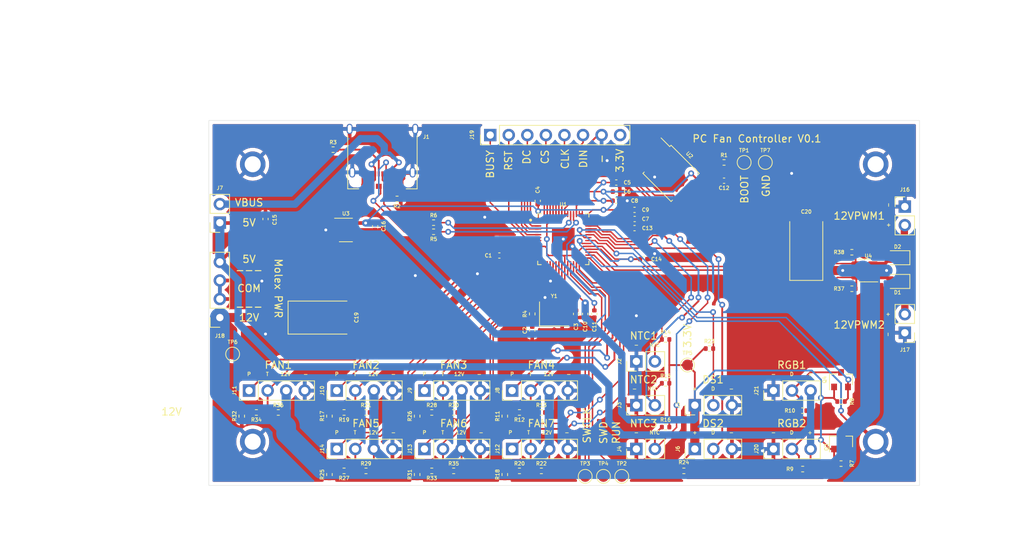
<source format=kicad_pcb>
(kicad_pcb (version 20211014) (generator pcbnew)
  (layers (0 "F.Cu" signal) (31 "B.Cu" signal) (34 "B.Paste" user) (35 "F.Paste" user) (36 "B.SilkS" user "B.Silkscreen") (37 "F.SilkS" user "F.Silkscreen") (38 "B.Mask" user) (39 "F.Mask" user) (44 "Edge.Cuts" user))
  (net 0 "")
  (net 2 "GND")
  (net 3 "+3V3")
  (net 4 "Net-(C2-Pad1)")
  (net 5 "/XI")
  (net 8 "Net-(J1-PadA4)")
  (net 10 "/USB_DN")
  (net 11 "/USB_DP")
  (net 12 "Net-(J1-PadB5)")
  (net 18 "Net-(J1-PadA5)")
  (net 20 "Net-(R1-Pad2)")
  (net 21 "/QSPI_SS")
  (net 22 "/XO")
  (net 23 "/QSPI_SD1")
  (net 24 "/QSPI_SD2")
  (net 25 "/QSPI_SD0")
  (net 26 "/QSPI_SCLK")
  (net 27 "/QSPI_SD3")
  (net 28 "+1V1")
  (net 29 "+12V")
  (net 30 "Net-(D1-Pad1)")
  (net 31 "Net-(D2-Pad1)")
  (net 32 "Net-(R5-Pad2)")
  (net 33 "Net-(R6-Pad2)")
  (net 34 "Net-(TP2-Pad1)")
  (net 36 "+5V")
  (net 37 "/PWM1")
  (net 38 "/PWM2")
  (net 39 "/PWM3")
  (net 40 "/DISP_BUSY")
  (net 41 "/DISP_RST")
  (net 42 "/DISP_DC")
  (net 43 "/DISP_CS")
  (net 44 "/DISP_CLK")
  (net 45 "/DISP_DIN")
  (net 46 "/PWM5")
  (net 47 "/PWM4")
  (net 48 "/PWM6")
  (net 49 "/PWM7")
  (net 50 "/PWM8")
  (net 51 "/PWM9")
  (net 52 "/RGB1")
  (net 53 "/RGB2")
  (net 54 "Net-(J20-Pad2)")
  (net 55 "Net-(J21-Pad2)")
  (net 56 "/NTC1")
  (net 57 "/NTC2")
  (net 58 "/NTC3")
  (net 59 "/DS1")
  (net 60 "/DS2")
  (net 61 "/tach1")
  (net 62 "/tach3")
  (net 63 "/tach5")
  (net 64 "/tach7")
  (net 65 "/tach2")
  (net 66 "/tach4")
  (net 67 "/tach6")
  (net 68 "/3VTach1")
  (net 69 "/3VTach5")
  (net 70 "/3VTach2")
  (net 71 "/3VTach6")
  (net 72 "/3VTach3")
  (net 73 "/3VTach4")
  (net 74 "/3VTach7")
  (net 76 "+3.3V")
  (net 77 "/PWR2")
  (net 78 "/PWR1")
  (net 79 "Net-(TP3-Pad1)")
  (net 80 "Net-(TP4-Pad1)")
  (footprint "footprint:QFN40P700X700X90-57N" (layer "F.Cu") (at 139 36.25)
    (fp_text reference "U1")
    (fp_text value "RP2040")
  )
  (footprint "Capacitor_SMD:C_0402_1005Metric" (layer "F.Cu") (at 130.25 38.5 180)
    (fp_text reference "C1")
    (fp_text value "100nF")
  )
  (footprint "Capacitor_SMD:C_0402_1005Metric" (layer "F.Cu") (at 134.75 48.75 -90)
    (fp_text reference "C2")
    (fp_text value "18pF")
  )
  (footprint "Capacitor_SMD:C_0402_1005Metric" (layer "F.Cu") (at 140.75 46.5 -90)
    (fp_text reference "C3")
    (fp_text value "18pF")
  )
  (footprint "Connector_USB:USB_C_Receptacle_Amphenol_12401610E4-2A" (layer "F.Cu") (at 114.25 24 180)
    (fp_text reference "J1")
    (fp_text value "USB_C_Receptacle")
  )
  (footprint "Resistor_SMD:R_0402_1005Metric" (layer "F.Cu") (at 161 25.75)
    (fp_text reference "R1")
    (fp_text value "1K")
  )
  (footprint "Resistor_SMD:R_0402_1005Metric" (layer "F.Cu") (at 116.25 30.75 180)
    (fp_text reference "R2")
    (fp_text value "5K1")
  )
  (footprint "Resistor_SMD:R_0402_1005Metric" (layer "F.Cu") (at 107.5 24)
    (fp_text reference "R3")
    (fp_text value "5K1")
  )
  (footprint "Resistor_SMD:R_0402_1005Metric" (layer "F.Cu") (at 134.75 46.5 -90)
    (fp_text reference "R4")
    (fp_text value "1K")
  )
  (footprint "Resistor_SMD:R_0402_1005Metric" (layer "F.Cu") (at 121.25 35.25)
    (fp_text reference "R5")
    (fp_text value "27R")
  )
  (footprint "Resistor_SMD:R_0402_1005Metric" (layer "F.Cu") (at 121.25 34)
    (fp_text reference "R6")
    (fp_text value "27R")
  )
  (footprint "TestPoint:TestPoint_Pad_D1.5mm" (layer "F.Cu") (at 163.75 25.75)
    (fp_text reference "TP1")
    (fp_text value "TestPoint")
  )
  (footprint "TestPoint:TestPoint_Pad_D1.5mm" (layer "F.Cu") (at 147 68.75 180)
    (fp_text reference "TP2")
    (fp_text value "TestPoint")
  )
  (footprint "TestPoint:TestPoint_Pad_D1.5mm" (layer "F.Cu") (at 142 68.75 180)
    (fp_text reference "TP3")
    (fp_text value "TestPoint")
  )
  (footprint "TestPoint:TestPoint_Pad_D1.5mm" (layer "F.Cu") (at 144.5 68.75 180)
    (fp_text reference "TP4")
    (fp_text value "TestPoint")
  )
  (footprint "Package_SO:SOIC-8_5.23x5.23mm_P1.27mm" (layer "F.Cu") (at 153.75 27.25 -45)
    (fp_text reference "U2")
    (fp_text value "W25Q128JVS")
  )
  (footprint "Crystal:Crystal_SMD_3225-4Pin_3.2x2.5mm" (layer "F.Cu") (at 137.75 46.5)
    (fp_text reference "Y1")
    (fp_text value "12Mhz")
  )
  (footprint "Capacitor_SMD:C_0402_1005Metric" (layer "F.Cu") (at 135.5 31.02 90)
    (fp_text reference "C4")
    (fp_text value "100nF")
  )
  (footprint "Capacitor_SMD:C_0402_1005Metric" (layer "F.Cu") (at 146.25 28.5)
    (fp_text reference "C5")
    (fp_text value "100nF")
  )
  (footprint "Capacitor_SMD:C_0402_1005Metric" (layer "F.Cu") (at 146.25 29.75)
    (fp_text reference "C6")
    (fp_text value "100nF")
  )
  (footprint "Capacitor_SMD:C_0402_1005Metric" (layer "F.Cu") (at 148.77 33.5)
    (fp_text reference "C7")
    (fp_text value "100nF")
  )
  (footprint "Capacitor_SMD:C_0402_1005Metric" (layer "F.Cu") (at 146.25 31)
    (fp_text reference "C8")
    (fp_text value "100nF")
  )
  (footprint "Capacitor_SMD:C_0402_1005Metric" (layer "F.Cu") (at 148.75 32.25)
    (fp_text reference "C9")
    (fp_text value "100nF")
  )
  (footprint "Capacitor_SMD:C_0402_1005Metric" (layer "F.Cu") (at 142 46.5 -90)
    (fp_text reference "C10")
    (fp_text value "100nF")
  )
  (footprint "Capacitor_SMD:C_0402_1005Metric" (layer "F.Cu") (at 143.25 46.5 -90)
    (fp_text reference "C11")
    (fp_text value "1uF")
  )
  (footprint "Capacitor_SMD:C_0402_1005Metric" (layer "F.Cu") (at 161 28.25)
    (fp_text reference "C12")
    (fp_text value "100nF")
  )
  (footprint "Capacitor_SMD:C_0402_1005Metric" (layer "F.Cu") (at 148.75 34.75)
    (fp_text reference "C13")
    (fp_text value "100nF")
  )
  (footprint "Capacitor_SMD:C_0402_1005Metric" (layer "F.Cu") (at 150 39)
    (fp_text reference "C14")
    (fp_text value "1uF")
  )
  (footprint "MountingHole:MountingHole_2.2mm_M2_ISO7380_Pad" (layer "F.Cu") (at 96.5 26)
    (fp_text reference "H1" hide)
    (fp_text value "MountingHole")
  )
  (footprint "MountingHole:MountingHole_2.2mm_M2_ISO7380_Pad" (layer "F.Cu") (at 181.75 26)
    (fp_text reference "H2" hide)
    (fp_text value "MountingHole")
  )
  (footprint "MountingHole:MountingHole_2.2mm_M2_ISO7380_Pad" (layer "F.Cu") (at 181.75 64)
    (fp_text reference "H3" hide)
    (fp_text value "MountingHole")
  )
  (footprint "MountingHole:MountingHole_2.2mm_M2_ISO7380_Pad" (layer "F.Cu") (at 96.5 64)
    (fp_text reference "H4" hide)
    (fp_text value "MountingHole")
  )
  (footprint "Connector_PinHeader_2.54mm:PinHeader_1x02_P2.54mm_Vertical" (layer "F.Cu") (at 149 53 90)
    (fp_text reference "J2")
    (fp_text value "NTC")
  )
  (footprint "Connector_PinHeader_2.54mm:PinHeader_1x02_P2.54mm_Vertical" (layer "F.Cu") (at 149 59 90)
    (fp_text reference "J3")
    (fp_text value "NTC")
  )
  (footprint "Connector_PinHeader_2.54mm:PinHeader_1x02_P2.54mm_Vertical" (layer "F.Cu") (at 149 65 90)
    (fp_text reference "J4")
    (fp_text value "NTC")
  )
  (footprint "Connector_PinHeader_2.54mm:PinHeader_1x04_P2.54mm_Vertical" (layer "F.Cu") (at 132 57 90)
    (fp_text reference "J8")
    (fp_text value "Conn_01x04_Male")
  )
  (footprint "Connector_PinHeader_2.54mm:PinHeader_1x04_P2.54mm_Vertical" (layer "F.Cu") (at 120 57 90)
    (fp_text reference "J9")
    (fp_text value "Conn_01x04_Male")
  )
  (footprint "Connector_PinHeader_2.54mm:PinHeader_1x04_P2.54mm_Vertical" (layer "F.Cu") (at 108 57 90)
    (fp_text reference "J10")
    (fp_text value "Conn_01x04_Male")
  )
  (footprint "Connector_PinHeader_2.54mm:PinHeader_1x04_P2.54mm_Vertical" (layer "F.Cu") (at 96 57 90)
    (fp_text reference "J11")
    (fp_text value "Conn_01x04_Male")
  )
  (footprint "Connector_PinHeader_2.54mm:PinHeader_1x04_P2.54mm_Vertical" (layer "F.Cu") (at 132 65 90)
    (fp_text reference "J12")
    (fp_text value "Conn_01x04_Male")
  )
  (footprint "Connector_PinHeader_2.54mm:PinHeader_1x04_P2.54mm_Vertical" (layer "F.Cu") (at 120 65 90)
    (fp_text reference "J13")
    (fp_text value "Conn_01x04_Male")
  )
  (footprint "Connector_PinHeader_2.54mm:PinHeader_1x04_P2.54mm_Vertical" (layer "F.Cu") (at 108 65 90)
    (fp_text reference "J14")
    (fp_text value "Conn_01x04_Male")
  )
  (footprint "TestPoint:TestPoint_Pad_D1.5mm" (layer "F.Cu") (at 156 53.5)
    (fp_text reference "TP5")
    (fp_text value "TestPoint")
  )
  (footprint "TestPoint:TestPoint_Pad_D1.5mm" (layer "F.Cu") (at 93.75 52)
    (fp_text reference "TP6")
    (fp_text value "TestPoint")
  )
  (footprint "TestPoint:TestPoint_Pad_D1.5mm" (layer "F.Cu") (at 166.65 25.75)
    (fp_text reference "TP7")
    (fp_text value "TestPoint")
  )
  (footprint "Connector_PinHeader_2.54mm:PinHeader_1x02_P2.54mm_Vertical" (layer "F.Cu") (at 185.74 31.8025)
    (fp_text reference "J16")
    (fp_text value "Conn_01x02_Female")
  )
  (footprint "Connector_PinHeader_2.54mm:PinHeader_1x02_P2.54mm_Vertical" (layer "F.Cu") (at 185.74 49.0775 180)
    (fp_text reference "J17")
    (fp_text value "Conn_01x02_Female")
  )
  (footprint "Connector_PinSocket_2.54mm:PinSocket_1x04_P2.54mm_Vertical" (layer "F.Cu") (at 92 47 180)
    (fp_text reference "J18")
    (fp_text value "Conn_01x04_Female")
  )
  (footprint "Connector_PinHeader_2.54mm:PinHeader_1x08_P2.54mm_Vertical" (layer "F.Cu") (at 129 22 90)
    (fp_text reference "J19")
    (fp_text value "Conn_01x08_Male")
  )
  (footprint "Connector_PinHeader_2.54mm:PinHeader_1x03_P2.54mm_Vertical" (layer "F.Cu") (at 167.76 65 90)
    (fp_text reference "J20")
    (fp_text value "Conn_01x03_Female")
  )
  (footprint "Connector_PinHeader_2.54mm:PinHeader_1x03_P2.54mm_Vertical" (layer "F.Cu") (at 167.76 57 90)
    (fp_text reference "J21")
    (fp_text value "Conn_01x03_Female")
  )
  (footprint "Package_TO_SOT_SMD:SOT-23" (layer "F.Cu") (at 177.01 64 90)
    (fp_text reference "Q3")
    (fp_text value "BSS138")
  )
  (footprint "Package_TO_SOT_SMD:SOT-23" (layer "F.Cu") (at 177.01 55.5 90)
    (fp_text reference "Q4")
    (fp_text value "BSS138")
  )
  (footprint "Resistor_SMD:R_0402_1005Metric" (layer "F.Cu") (at 177.01 67)
    (fp_text reference "R7")
    (fp_text value "10K")
  )
  (footprint "Resistor_SMD:R_0402_1005Metric" (layer "F.Cu") (at 177.01 58.5)
    (fp_text reference "R8")
    (fp_text value "10K")
  )
  (footprint "Resistor_SMD:R_0402_1005Metric" (layer "F.Cu") (at 171.76 67.75)
    (fp_text reference "R9")
    (fp_text value "10K")
  )
  (footprint "Resistor_SMD:R_0402_1005Metric" (layer "F.Cu") (at 171.76 59.75)
    (fp_text reference "R10")
    (fp_text value "10K")
  )
  (footprint "Connector_PinHeader_2.54mm:PinHeader_1x03_P2.54mm_Vertical" (layer "F.Cu") (at 157 59 90)
    (fp_text reference "J5")
    (fp_text value "Conn_01x03_Female")
  )
  (footprint "Connector_PinHeader_2.54mm:PinHeader_1x03_P2.54mm_Vertical" (layer "F.Cu") (at 157 65 90)
    (fp_text reference "J6")
    (fp_text value "Conn_01x03_Female")
  )
  (footprint "Resistor_SMD:R_0402_1005Metric" (layer "F.Cu") (at 131 60.5 -90)
    (fp_text reference "R11")
    (fp_text value "10K")
  )
  (footprint "Resistor_SMD:R_0402_1005Metric" (layer "F.Cu") (at 133 60 180)
    (fp_text reference "R12")
    (fp_text value "27.4K")
  )
  (footprint "Resistor_SMD:R_0402_1005Metric" (layer "F.Cu") (at 136 60)
    (fp_text reference "R13")
    (fp_text value "4.7K")
  )
  (footprint "Resistor_SMD:R_0402_1005Metric" (layer "F.Cu") (at 153 50 180)
    (fp_text reference "R14")
    (fp_text value "10K")
  )
  (footprint "Resistor_SMD:R_0402_1005Metric" (layer "F.Cu") (at 153 62 180)
    (fp_text reference "R16")
    (fp_text value "10K")
  )
  (footprint "Resistor_SMD:R_0402_1005Metric" (layer "F.Cu") (at 107 60.5 -90)
    (fp_text reference "R17")
    (fp_text value "10K")
  )
  (footprint "Resistor_SMD:R_0402_1005Metric" (layer "F.Cu") (at 131 68.5 -90)
    (fp_text reference "R18")
    (fp_text value "10K")
  )
  (footprint "Resistor_SMD:R_0402_1005Metric" (layer "F.Cu") (at 109 60 180)
    (fp_text reference "R19")
    (fp_text value "27.4K")
  )
  (footprint "Resistor_SMD:R_0402_1005Metric" (layer "F.Cu") (at 133 68 180)
    (fp_text reference "R20")
    (fp_text value "27.4K")
  )
  (footprint "Resistor_SMD:R_0402_1005Metric" (layer "F.Cu") (at 112 60)
    (fp_text reference "R21")
    (fp_text value "4.7K")
  )
  (footprint "Resistor_SMD:R_0402_1005Metric" (layer "F.Cu") (at 136 68)
    (fp_text reference "R22")
    (fp_text value "4.7K")
  )
  (footprint "Resistor_SMD:R_0402_1005Metric" (layer "F.Cu") (at 159 51.25)
    (fp_text reference "R23")
    (fp_text value "4.7K")
  )
  (footprint "Resistor_SMD:R_0402_1005Metric" (layer "F.Cu") (at 155.5 68)
    (fp_text reference "R24")
    (fp_text value "4.7K")
  )
  (footprint "Resistor_SMD:R_0402_1005Metric" (layer "F.Cu") (at 107 68.5 -90)
    (fp_text reference "R25")
    (fp_text value "10K")
  )
  (footprint "Resistor_SMD:R_0402_1005Metric" (layer "F.Cu") (at 119 60.5 -90)
    (fp_text reference "R26")
    (fp_text value "10K")
  )
  (footprint "Resistor_SMD:R_0402_1005Metric" (layer "F.Cu") (at 109 68 180)
    (fp_text reference "R27")
    (fp_text value "27.4K")
  )
  (footprint "Resistor_SMD:R_0402_1005Metric" (layer "F.Cu") (at 121 60 180)
    (fp_text reference "R28")
    (fp_text value "27.4K")
  )
  (footprint "Resistor_SMD:R_0402_1005Metric" (layer "F.Cu") (at 112 68)
    (fp_text reference "R29")
    (fp_text value "4.7K")
  )
  (footprint "Resistor_SMD:R_0402_1005Metric" (layer "F.Cu") (at 124 60)
    (fp_text reference "R30")
    (fp_text value "4.7K")
  )
  (footprint "Resistor_SMD:R_0402_1005Metric" (layer "F.Cu") (at 119 68.5 -90)
    (fp_text reference "R31")
    (fp_text value "10K")
  )
  (footprint "Resistor_SMD:R_0402_1005Metric" (layer "F.Cu") (at 95 60.5 -90)
    (fp_text reference "R32")
    (fp_text value "10K")
  )
  (footprint "Resistor_SMD:R_0402_1005Metric" (layer "F.Cu") (at 121 68 180)
    (fp_text reference "R33")
    (fp_text value "27.4K")
  )
  (footprint "Resistor_SMD:R_0402_1005Metric" (layer "F.Cu") (at 97 60 180)
    (fp_text reference "R34")
    (fp_text value "27.4K")
  )
  (footprint "Resistor_SMD:R_0402_1005Metric" (layer "F.Cu") (at 124 68)
    (fp_text reference "R35")
    (fp_text value "4.7K")
  )
  (footprint "Resistor_SMD:R_0402_1005Metric" (layer "F.Cu") (at 100 60)
    (fp_text reference "R36")
    (fp_text value "4.7K")
  )
  (footprint "Capacitor_SMD:C_0402_1005Metric" (layer "F.Cu") (at 98.25 33.5 90)
    (fp_text reference "C15")
    (fp_text value "1uF")
  )
  (footprint "Capacitor_SMD:C_0402_1005Metric" (layer "F.Cu") (at 113.25 34.5 -90)
    (fp_text reference "C16")
    (fp_text value "2.2uF")
  )
  (footprint "Connector_PinSocket_2.54mm:PinSocket_1x02_P2.54mm_Vertical" (layer "F.Cu") (at 92 34 180)
    (fp_text reference "J7")
    (fp_text value "Conn_01x02_Male")
  )
  (footprint "Package_TO_SOT_SMD:SOT-23-5" (layer "F.Cu") (at 109.25 35)
    (fp_text reference "U3")
    (fp_text value "AP2112K-3.3")
  )
  (footprint "Resistor_SMD:R_0402_1005Metric" (layer "F.Cu") (at 153 56 180)
    (fp_text reference "R15")
    (fp_text value "10K")
  )
  (footprint "Resistor_SMD:R_0402_1005Metric" (layer "F.Cu") (at 178.49 38.0525 180)
    (fp_text reference "R38")
    (fp_text value "10K")
  )
  (footprint "Diode_SMD:D_0805_2012Metric" (layer "F.Cu") (at 184.74 42.0525 180)
    (fp_text reference "D1")
    (fp_text value "D")
  )
  (footprint "Diode_SMD:D_0805_2012Metric" (layer "F.Cu") (at 184.74 38.8025 180)
    (fp_text reference "D2")
    (fp_text value "D")
  )
  (footprint "Capacitor_Tantalum_SMD:CP_EIA-7343-43_Kemet-X" (layer "F.Cu") (at 105.75 47)
    (fp_text reference "C19")
    (fp_text value "100uF")
  )
  (footprint "Package_TO_SOT_SMD:TSOT-23-6" (layer "F.Cu") (at 180.24 40.5525 180)
    (fp_text reference "U4")
    (fp_text value "TPM8205ATS6")
  )
  (footprint "Capacitor_Tantalum_SMD:CP_EIA-7343-43_Kemet-X" (layer "F.Cu") (at 172.25 37.5 90)
    (fp_text reference "C20")
    (fp_text value "100uF")
  )
  (footprint "Resistor_SMD:R_0402_1005Metric" (layer "F.Cu") (at 178.49 43.0525 180)
    (fp_text reference "R37")
    (fp_text value "10K")
  )
  (gr_rect (start 187.75 70) (end 90.5 20) (layer "Edge.Cuts") (width 0.05) (fill none))
  (gr_text "NTC3" (at 150 61.5) (layer "F.SilkS") (effects (font (size 1 1))))
  (gr_text "DS2" (at 159.5 61.5) (layer "F.SilkS") (effects (font (size 1 1))))
  (gr_text "DS1" (at 159.5 55.5) (layer "F.SilkS") (effects (font (size 1 1))))
  (gr_text "12VPWM2" (at 179.5 48) (layer "F.SilkS") (effects (font (size 1 1))))
  (gr_text "RGB2" (at 170.26 61.5) (layer "F.SilkS") (effects (font (size 1 1))))
  (gr_text "FAN7" (at 136 61.5) (layer "F.SilkS") (effects (font (size 1 1))))
  (gr_text "-" (at 167.76 62.75) (layer "F.SilkS") (effects (font (size 0.5 0.5) (thickness 0.1))))
  (gr_text "D" (at 170.26 54.75) (layer "F.SilkS") (effects (font (size 0.5 0.5) (thickness 0.1))))
  (gr_text "P" (at 120 62.75) (layer "F.SilkS") (effects (font (size 0.5 0.5) (thickness 0.1))))
  (gr_text "NTC2" (at 150 55.5) (layer "F.SilkS") (effects (font (size 1 1))))
  (gr_text "-" (at 149 62.75) (layer "F.SilkS") (effects (font (size 0.5 0.5) (thickness 0.1))))
  (gr_text "-" (at 144.25 25.25 90) (layer "F.SilkS") (effects (font (size 1 1))))
  (gr_text "NTC" (at 151.5 50.75) (layer "F.SilkS") (effects (font (size 0.5 0.5) (thickness 0.1))))
  (gr_text "-" (at 115.75 62.75) (layer "F.SilkS") (effects (font (size 0.5 0.5) (thickness 0.1))))
  (gr_text "CLK" (at 139.25 25.25 90) (layer "F.SilkS") (effects (font (size 1 1))))
  (gr_text "12V" (at 124.75 54.75) (layer "F.SilkS") (effects (font (size 0.5 0.5) (thickness 0.1))))
  (gr_text "PC Fan Controller V0.1" (at 165.5 22.5) (layer "F.SilkS") (effects (font (size 1 1))))
  (gr_text "-" (at 103.75 54.75) (layer "F.SilkS") (effects (font (size 0.5 0.5) (thickness 0.1))))
  (gr_text "T" (at 110.5 62.75) (layer "F.SilkS") (effects (font (size 0.5 0.5) (thickness 0.1))))
  (gr_text "P" (at 108 62.75) (layer "F.SilkS") (effects (font (size 0.5 0.5) (thickness 0.1))))
  (gr_text "12V" (at 101 54.75) (layer "F.SilkS") (effects (font (size 0.5 0.5) (thickness 0.1))))
  (gr_text "T" (at 122.5 62.75) (layer "F.SilkS") (effects (font (size 0.5 0.5) (thickness 0.1))))
  (gr_text "D" (at 159.5 62.75) (layer "F.SilkS") (effects (font (size 0.5 0.5) (thickness 0.1))))
  (gr_text "P" (at 120 54.75) (layer "F.SilkS") (effects (font (size 0.5 0.5) (thickness 0.1))))
  (gr_text "-" (at 139.5 62.75) (layer "F.SilkS") (effects (font (size 0.5 0.5) (thickness 0.1))))
  (gr_text "D" (at 170.26 62.75) (layer "F.SilkS") (effects (font (size 0.5 0.5) (thickness 0.1))))
  (gr_text "FAN1" (at 100 53.5) (layer "F.SilkS") (effects (font (size 1 1))))
  (gr_text "RUN" (at 146.25 62.75 90) (layer "F.SilkS") (effects (font (size 1 1))))
  (gr_text "D" (at 159.5 56.75) (layer "F.SilkS") (effects (font (size 0.5 0.5) (thickness 0.1))))
  (gr_text "12V" (at 136.75 62.75) (layer "F.SilkS") (effects (font (size 0.5 0.5) (thickness 0.1))))
  (gr_text "FAN6" (at 124 61.5) (layer "F.SilkS") (effects (font (size 1 1))))
  (gr_text "FAN2" (at 112 53.5) (layer "F.SilkS") (effects (font (size 1 1))))
  (gr_text "-" (at 183.49 31.5775 90) (layer "F.SilkS") (effects (font (size 0.5 0.5) (thickness 0.1))))
  (gr_text "3.3V" (at 146.75 25.5 90) (layer "F.SilkS") (effects (font (size 1 1))))
  (gr_text "FAN5" (at 112 61.5) (layer "F.SilkS") (effects (font (size 1 1))))
  (gr_text "-" (at 183.49 49.3025 270) (layer "F.SilkS") (effects (font (size 0.5 0.5) (thickness 0.1))))
  (gr_text "-" (at 162 56.75) (layer "F.SilkS") (effects (font (size 0.5 0.5) (thickness 0.1))))
  (gr_text "CS" (at 136.5 25 90) (layer "F.SilkS") (effects (font (size 1 1))))
  (gr_text "-" (at 167.76 54.75) (layer "F.SilkS") (effects (font (size 0.5 0.5) (thickness 0.1))))
  (gr_text "VBUS" (at 96 31.25) (layer "F.SilkS") (effects (font (size 1 1))))
  (gr_text "SWCLK" (at 142.25 61.75 90) (layer "F.SilkS") (effects (font (size 1 1))))
  (gr_text "Molex PWR" (at 100 43 270) (layer "F.SilkS") (effects (font (size 1 1))))
  (gr_text "+" (at 172.76 62.75) (layer "F.SilkS") (effects (font (size 0.5 0.5) (thickness 0.1))))
  (gr_text "NTC" (at 151.5 62.75) (layer "F.SilkS") (effects (font (size 0.5 0.5) (thickness 0.1))))
  (gr_text "FAN3" (at 124 53.5) (layer "F.SilkS") (effects (font (size 1 1))))
  (gr_text "FAN4" (at 136 53.5) (layer "F.SilkS") (effects (font (size 1 1))))
  (gr_text "5V" (at 96 39) (layer "F.SilkS") (effects (font (size 1 1))))
  (gr_text "DC" (at 134 25 90) (layer "F.SilkS") (effects (font (size 1 1))))
  (gr_text "-" (at 115.75 54.75) (layer "F.SilkS") (effects (font (size 0.5 0.5) (thickness 0.1))))
  (gr_text "3.3V" (at 156 49.5 90) (layer "F.SilkS") (effects (font (size 1 1))))
  (gr_text "---" (at 96 40.5) (layer "F.SilkS") (effects (font (size 1 1))))
  (gr_text "-" (at 149 50.75) (layer "F.SilkS") (effects (font (size 0.5 0.5) (thickness 0.1))))
  (gr_text "T" (at 134.5 54.75) (layer "F.SilkS") (effects (font (size 0.5 0.5) (thickness 0.1))))
  (gr_text "12VPWM1" (at 179.5 33.0775) (layer "F.SilkS") (effects (font (size 1 1))))
  (gr_text "12V" (at 96 47) (layer "F.SilkS") (effects (font (size 1 1))))
  (gr_text "T" (at 98.5 54.75) (layer "F.SilkS") (effects (font (size 0.5 0.5) (thickness 0.1))))
  (gr_text "12V" (at 113 54.75) (layer "F.SilkS") (effects (font (size 0.5 0.5) (thickness 0.1))))
  (gr_text "P" (at 108 54.75) (layer "F.SilkS") (effects (font (size 0.5 0.5) (thickness 0.1))))
  (gr_text "+" (at 183.49 34.3275 90) (layer "F.SilkS") (effects (font (size 0.5 0.5) (thickness 0.1))))
  (gr_text "T" (at 122.5 54.75) (layer "F.SilkS") (effects (font (size 0.5 0.5) (thickness 0.1))))
  (gr_text "+" (at 183.49 46.5525 270) (layer "F.SilkS") (effects (font (size 0.5 0.5) (thickness 0.1))))
  (gr_text "NTC1" (at 150 49.5) (layer "F.SilkS") (effects (font (size 1 1))))
  (gr_text "-" (at 148.75 56.75) (layer "F.SilkS") (effects (font (size 0.5 0.5) (thickness 0.1))))
  (gr_text "T" (at 134.25 62.75) (layer "F.SilkS") (effects (font (size 0.5 0.5) (thickness 0.1))))
  (gr_text "COM" (at 96 43) (layer "F.SilkS") (effects (font (size 1 1))))
  (gr_text "-" (at 162 62.75) (layer "F.SilkS") (effects (font (size 0.5 0.5) (thickness 0.1))))
  (gr_text "12V" (at 113 62.75) (layer "F.SilkS") (effects (font (size 0.5 0.5) (thickness 0.1))))
  (gr_text "-" (at 127.75 62.75) (layer "F.SilkS") (effects (font (size 0.5 0.5) (thickness 0.1))))
  (gr_text "SWD" (at 144.5 62.75 90) (layer "F.SilkS") (effects (font (size 1 1))))
  (gr_text "RST" (at 131.5 25.5 90) (layer "F.SilkS") (effects (font (size 1 1))))
  (gr_text "+" (at 172.76 54.75) (layer "F.SilkS") (effects (font (size 0.5 0.5) (thickness 0.1))))
  (gr_text "+" (at 157 62.75) (layer "F.SilkS") (effects (font (size 0.5 0.5) (thickness 0.1))))
  (gr_text "DIN" (at 141.75 25.25 90) (layer "F.SilkS") (effects (font (size 1 1))))
  (gr_text "---" (at 96 45.5) (layer "F.SilkS") (effects (font (size 1 1))))
  (gr_text "NTC" (at 151.25 56.75) (layer "F.SilkS") (effects (font (size 0.5 0.5) (thickness 0.1))))
  (gr_text "12V" (at 85.4 59.9) (layer "F.SilkS") (effects (font (size 1 1))))
  (gr_text "BUSY" (at 129 26 90) (layer "F.SilkS") (effects (font (size 1 1))))
  (gr_text "P" (at 132 54.75) (layer "F.SilkS") (effects (font (size 0.5 0.5) (thickness 0.1))))
  (gr_text "GND" (at 166.75 28.95 90) (layer "F.SilkS") (effects (font (size 1 1))))
  (gr_text "12V" (at 125 62.75) (layer "F.SilkS") (effects (font (size 0.5 0.5) (thickness 0.1))))
  (gr_text "BOOT" (at 163.8 29.45 90) (layer "F.SilkS") (effects (font (size 1 1))))
  (gr_text "5V" (at 96 34) (layer "F.SilkS") (effects (font (size 1 1))))
  (gr_text "T" (at 110.5 54.75) (layer "F.SilkS") (effects (font (size 0.5 0.5) (thickness 0.1))))
  (gr_text "12V" (at 137 54.75) (layer "F.SilkS") (effects (font (size 0.5 0.5) (thickness 0.1))))
  (gr_text "RGB1" (at 170.26 53.5) (layer "F.SilkS") (effects (font (size 1 1))))
  (gr_text "+" (at 157 56.75) (layer "F.SilkS") (effects (font (size 0.5 0.5) (thickness 0.1))))
  (gr_text "P" (at 131.75 62.75) (layer "F.SilkS") (effects (font (size 0.5 0.5) (thickness 0.1))))
  (gr_text "P" (at 96 54.75) (layer "F.SilkS") (effects (font (size 0.5 0.5) (thickness 0.1))))
  (gr_text "-" (at 139.75 54.75) (layer "F.SilkS") (effects (font (size 0.5 0.5) (thickness 0.1))))
  (gr_text "-" (at 127.5 54.75) (layer "F.SilkS") (effects (font (size 0.5 0.5) (thickness 0.1))))
  (segment (start 138 41.25) (end 137.25 42) (width 0.2) (layer "F.Cu") (net 2))
  (segment (start 108.15 35) (end 106.5 35) (width 0.5) (layer "F.Cu") (net 2))
  (segment (start 135.5 30.25) (end 136.25 29.5) (width 0.25) (layer "F.Cu") (net 2))
  (segment (start 149.857377 26.107377) (end 151.5 27.75) (width 0.25) (layer "F.Cu") (net 2))
  (segment (start 136.25 29.5) (end 143.75 22) (width 0.25) (layer "F.Cu") (net 2))
  (segment (start 136.65 45.65) (end 136.65 44.4) (width 0.25) (layer "F.Cu") (net 2))
  (segment (start 111.54 27.11) (end 111.75 27.32) (width 0.25) (layer "F.Cu") (net 2))
  (segment (start 150.75 39) (end 151.5 38.25) (width 0.25) (layer "F.Cu") (net 2))
  (segment (start 110.12 27.11) (end 111.54 27.11) (width 0.25) (layer "F.Cu") (net 2))
  (segment (start 149.857377 26.051454) (end 149.857377 26.107377) (width 0.25) (layer "F.Cu") (net 2))
  (segment (start 111.75 27.32) (end 111.525 27.545) (width 0.25) (layer "F.Cu") (net 2))
  (segment (start 118.17 27.32) (end 118.38 27.11) (width 0.25) (layer "F.Cu") (net 2))
  (segment (start 117 28.220049) (end 117 29.02) (width 0.25) (layer "F.Cu") (net 2))
  (segment (start 117.25 27.32) (end 117.25 27.970049) (width 0.25) (layer "F.Cu") (net 2))
  (segment (start 150.48 39) (end 150.75 39) (width 0.25) (layer "F.Cu") (net 2))
  (segment (start 146.73 31) (end 147.75 31) (width 0.25) (layer "F.Cu") (net 2))
  (segment (start 117.25 27.970049) (end 117 28.220049) (width 0.25) (layer "F.Cu") (net 2))
  (segment (start 117.25 27.32) (end 118.17 27.32) (width 0.25) (layer "F.Cu") (net 2))
  (segment (start 136.65 44.4) (end 136.5 44.25) (width 0.25) (layer "F.Cu") (net 2))
  (segment (start 108.15 35) (end 113.23 35) (width 0.5) (layer "F.Cu") (net 2))
  (segment (start 135.5 30.54) (end 135.5 30.25) (width 0.25) (layer "F.Cu") (net 2))
  (segment (start 138 39.685) (end 138 41.25) (width 0.2) (layer "F.Cu") (net 2))
  (segment (start 113.23 35) (end 113.25 34.98) (width 0.5) (layer "F.Cu") (net 2))
  (segment (start 143.75 22) (end 144.24 22) (width 0.25) (layer "F.Cu") (net 2))
  (segment (start 111.525 27.545) (end 111.525 28.75) (width 0.25) (layer "F.Cu") (net 2))
  (via (at 151.5 27.75) (size 0.8) (drill 0.4) (layers "F.Cu" "B.Cu") (net 2))
  (via (at 118.75 41.25) (size 0.8) (drill 0.4) (layers "F.Cu" "B.Cu") (net 2))
  (via (at 137.25 42) (size 0.8) (drill 0.4) (layers "F.Cu" "B.Cu") (net 2))
  (via (at 140.25 37.25) (size 0.8) (drill 0.4) (layers "F.Cu" "B.Cu") (net 2))
  (via (at 145 25.5) (size 0.8) (drill 0.4) (layers "F.Cu" "B.Cu") (net 2))
  (via (at 127.25 41) (size 0.8) (drill 0.4) (layers "F.Cu" "B.Cu") (net 2))
  (via (at 106.5 35) (size 0.8) (drill 0.4) (layers "F.Cu" "B.Cu") (net 2))
  (via (at 151.5 38.25) (size 0.8) (drill 0.4) (layers "F.Cu" "B.Cu") (net 2))
  (via (at 97.75 42) (size 0.8) (drill 0.4) (layers "F.Cu" "B.Cu") (net 2))
  (via (at 139 36.25) (size 0.8) (drill 0.4) (layers "F.Cu" "B.Cu") (net 2))
  (via (at 166.25 65.25) (size 0.8) (drill 0.4) (layers "F.Cu" "B.Cu") (net 2))
  (via (at 170.25 27.25) (size 0.8) (drill 0.4) (layers "F.Cu" "B.Cu") (net 2))
  (via (at 136.5 44.25) (size 0.8) (drill 0.4) (layers "F.Cu" "B.Cu") (net 2))
  (via (at 147.75 31) (size 0.8) (drill 0.4) (layers "F.Cu" "B.Cu") (net 2))
  (via (at 149 46.75) (size 0.8) (drill 0.4) (layers "F.Cu" "B.Cu") (net 2))
  (via (at 98.25 49.25) (size 0.8) (drill 0.4) (layers "F.Cu" "B.Cu") (net 2))
  (via (at 128.25 33.25) (size 0.8) (drill 0.4) (layers "F.Cu" "B.Cu") (net 2))
  (segment (start 157.642623 28.392623) (end 156.5 27.25) (width 0.25) (layer "F.Cu") (net 3))
  (segment (start 136.75 37.5) (end 136.75 38.25) (width 0.2) (layer "F.Cu") (net 3))
  (segment (start 143 32.25) (end 142.0175 33.2325) (width 0.2) (layer "F.Cu") (net 3))
  (segment (start 135.565 33.65) (end 135.565 32.435) (width 0.2) (layer "F.Cu") (net 3))
  (segment (start 144.5 29.75) (end 145.77 29.75) (width 0.2) (layer "F.Cu") (net 3))
  (segment (start 142 46.02) (end 142 45) (width 0.2) (layer "F.Cu") (net 3))
  (segment (start 153.51 50) (end 153.51 53.51) (width 0.25) (layer "F.Cu") (net 3))
  (segment (start 176 58) (end 176.06 58.06) (width 0.25) (layer "F.Cu") (net 3))
  (segment (start 140 31.25) (end 141 30.25) (width 0.2) (layer "F.Cu") (net 3))
  (segment (start 141.75 37.25) (end 140.5 38.5) (width 0.2) (layer "F.Cu") (net 3))
  (segment (start 139 38.5) (end 139.2 38.7) (width 0.2) (layer "F.Cu") (net 3))
  (segment (start 153.51 62) (end 153.51 56) (width 0.25) (layer "F.Cu") (net 3))
  (segment (start 140.5 38.5) (end 139 38.5) (width 0.2) (layer "F.Cu") (net 3))
  (segment (start 136.5 37.25) (end 136.75 37.5) (width 0.2) (layer "F.Cu") (net 3))
  (segment (start 144.5 29.75) (end 141.5 29.75) (width 0.2) (layer "F.Cu") (net 3))
  (segment (start 176.06 57.7) (end 176.06 58.06) (width 0.25) (layer "F.Cu") (net 3))
  (segment (start 110.35 34.05) (end 111.95 34.05) (width 0.5) (layer "F.Cu") (net 3))
  (segment (start 153.51 53.51) (end 153.51 56) (width 0.25) (layer "F.Cu") (net 3))
  (segment (start 176.06 66.56) (end 176.5 67) (width 0.25) (layer "F.Cu") (net 3))
  (segment (start 142.0175 33.2325) (end 142.435 33.65) (width 0.2) (layer "F.Cu") (net 3))
  (segment (start 176.06 65) (end 176.06 66.56) (width 0.25) (layer "F.Cu") (net 3))
  (segment (start 139.2 32.815) (end 139.6 32.815) (width 0.2) (layer "F.Cu") (net 3))
  (segment (start 174.5 69) (end 176.5 67) (width 0.25) (layer "F.Cu") (net 3))
  (segment (start 174.26 58) (end 176 58) (width 0.25) (layer "F.Cu") (net 3))
  (segment (start 148.27 32.25) (end 144.5 32.25) (width 0.2) (layer "F.Cu") (net 3))
  (segment (start 139.2 39.685) (end 139.2 42.2) (width 0.2) (layer "F.Cu") (net 3))
  (segment (start 156 53.5) (end 157 54.5) (width 0.25) (layer "F.Cu") (net 3))
  (segment (start 157 59) (end 157 65) (width 1.25) (layer "F.Cu") (net 3))
  (segment (start 139.2 38.7) (end 139.2 39.685) (width 0.2) (layer "F.Cu") (net 3))
  (segment (start 148.25 39) (end 149.52 39) (width 0.25) (layer "F.Cu") (net 3))
  (segment (start 139.2 32.05) (end 140 31.25) (width 0.2) (layer "F.Cu") (net 3))
  (segment (start 154.99 67.01) (end 157 65) (width 0.25) (layer "F.Cu") (net 3))
  (segment (start 135.565 31.565) (end 135.5 31.5) (width 0.2) (layer "F.Cu") (net 3))
  (segment (start 135.565 32.435) (end 135.565 31.565) (width 0.2) (layer "F.Cu") (net 3))
  (segment (start 158.25 51.25) (end 158.49 51.25) (width 0.25) (layer "F.Cu") (net 3))
  (segment (start 154.99 68) (end 154.99 67.01) (width 0.25) (layer "F.Cu") (net 3))
  (segment (start 113.22 34.05) (end 113.25 34.02) (width 0.5) (layer "F.Cu") (net 3))
  (segment (start 176.06 58.06) (end 176.5 58.5) (width 0.25) (layer "F.Cu") (net 3))
  (segment (start 142 45) (end 141 44) (width 0.2) (layer "F.Cu") (net 3))
  (segment (start 148.27 34.75) (end 148.27 32.25) (width 0.2) (layer "F.Cu") (net 3))
  (segment (start 176.06 56.5) (end 176.06 57.7) (width 0.25) (layer "F.Cu") (net 3))
  (segment (start 160.321454 28.448546) (end 160.52 28.25) (width 0.25) (layer "F.Cu") (net 3))
  (segment (start 141.2 32.815) (end 141.6 32.815) (width 0.2) (layer "F.Cu") (net 3))
  (segment (start 153.51 53.51) (end 155.99 53.51) (width 0.25) (layer "F.Cu") (net 3))
  (segment (start 135.565 37.25) (end 131.98 37.25) (width 0.2) (layer "F.Cu") (net 3))
  (segment (start 135.565 37.25) (end 136.5 37.25) (width 0.2) (layer "F.Cu") (net 3))
  (segment (start 148.25 39) (end 146.065006 39) (width 0.2) (layer "F.Cu") (net 3))
  (segment (start 144.5 32.25) (end 143 32.25) (width 0.2) (layer "F.Cu") (net 3))
  (segment (start 154.99 68) (end 155.99 69) (width 0.25) (layer "F.Cu") (net 3))
  (segment (start 176.06 65) (end 175.51 65) (width 0.25) (layer "F.Cu") (net 3))
  (segment (start 175.51 65) (end 174.26 63.75) (width 0.25) (layer "F.Cu") (net 3))
  (segment (start 142.435 37.25) (end 141.75 37.25) (width 0.2) (layer "F.Cu") (net 3))
  (segment (start 144.315006 37.25) (end 142.435 37.25) (width 0.2) (layer "F.Cu") (net 3))
  (segment (start 136.75 38.25) (end 137 38.5) (width 0.2) (layer "F.Cu") (net 3))
  (segment (start 157.642623 28.448546) (end 160.321454 28.448546) (width 0.25) (layer "F.Cu") (net 3))
  (segment (start 111.95 34.05) (end 113.22 34.05) (width 0.5) (layer "F.Cu") (net 3))
  (segment (start 157 54.5) (end 157 59) (width 0.25) (layer "F.Cu") (net 3))
  (segment (start 155.99 69) (end 174.5 69) (width 0.25) (layer "F.Cu") (net 3))
  (segment (start 141.5 29.75) (end 141 30.25) (width 0.2) (layer "F.Cu") (net 3))
  (segment (start 157.642623 28.448546) (end 157.642623 28.392623) (width 0.25) (layer "F.Cu") (net 3))
  (segment (start 156 53.5) (end 158.25 51.25) (width 0.25) (layer "F.Cu") (net 3))
  (segment (start 146.065006 39) (end 144.315006 37.25) (width 0.2) (layer "F.Cu") (net 3))
  (segment (start 137 38.5) (end 139 38.5) (width 0.2) (layer "F.Cu") (net 3))
  (segment (start 155.99 53.51) (end 156 53.5) (width 0.25) (layer "F.Cu") (net 3))
  (segment (start 139.2 32.815) (end 139.2 32.05) (width 0.2) (layer "F.Cu") (net 3))
  (segment (start 141.6 32.815) (end 142.0175 33.2325) (width 0.2) (layer "F.Cu") (net 3))
  (segment (start 139.2 42.2) (end 141 44) (width 0.2) (layer "F.Cu") (net 3))
  (segment (start 131.98 37.25) (end 130.73 38.5) (width 0.2) (layer "F.Cu") (net 3))
  (via (at 174.26 63.75) (size 0.8) (drill 0.4) (layers "F.Cu" "B.Cu") (net 3))
  (via (at 174.26 58) (size 0.8) (drill 0.4) (layers "F.Cu" "B.Cu") (net 3))
  (via (at 135.565 32.435) (size 0.8) (drill 0.4) (layers "F.Cu" "B.Cu") (net 3))
  (via (at 144.5 29.75) (size 0.8) (drill 0.4) (layers "F.Cu" "B.Cu") (net 3))
  (via (at 144.5 32.25) (size 0.8) (drill 0.4) (layers "F.Cu" "B.Cu") (net 3))
  (via (at 111.95 34.05) (size 0.8) (drill 0.4) (layers "F.Cu" "B.Cu") (net 3))
  (via (at 156.5 27.25) (size 0.8) (drill 0.4) (layers "F.Cu" "B.Cu") (net 3))
  (via (at 142 45) (size 0.8) (drill 0.4) (layers "F.Cu" "B.Cu") (net 3))
  (via (at 148.25 39) (size 0.8) (drill 0.4) (layers "F.Cu" "B.Cu") (net 3))
  (segment (start 142 35.75) (end 140.75 35.75) (width 0.2) (layer "B.Cu") (net 3))
  (segment (start 154 29.75) (end 144.5 29.75) (width 0.25) (layer "B.Cu") (net 3))
  (segment (start 144.5 29.75) (end 145.75 31) (width 0.2) (layer "B.Cu") (net 3))
  (segment (start 143.125 48.125) (end 144.75 46.5) (width 0.2) (layer "B.Cu") (net 3))
  (segment (start 157 57) (end 157 59) (width 0.25) (layer "B.Cu") (net 3))
  (segment (start 143.125 48.125) (end 142 47) (width 1) (layer "B.Cu") (net 3))
  (segment (start 147 60) (end 147 52) (width 1) (layer "B.Cu") (net 3))
  (segment (start 114.25 31.75) (end 111.95 34.05) (width 0.2) (layer "B.Cu") (net 3))
  (segment (start 157 60.85) (end 156.85 61) (width 1) (layer "B.Cu") (net 3))
  (segment (start 156.5 27.25) (end 154 29.75) (width 0.25) (layer "B.Cu") (net 3))
  (segment (start 144.25 49.25) (end 143.125 48.125) (width 1) (layer "B.Cu") (net 3))
  (segment (start 157 59) (end 157 60.85) (width 1) (layer "B.Cu") (net 3))
  (segment (start 139.5 39) (end 144.75 44.25) (width 0.2) (layer "B.Cu") (net 3))
  (segment (start 148 61) (end 147 60) (width 1) (layer "B.Cu") (net 3))
  (segment (start 140.75 35.75) (end 139.5 37) (width 0.2) (layer "B.Cu") (net 3))
  (segment (start 145 32.25) (end 144.5 32.25) (width 0.2) (layer "B.Cu") (net 3))
  (segment (start 174.26 58) (end 174.26 63.75) (width 0.25) (layer "B.Cu") (net 3))
  (segment (start 145.5 39.25) (end 142 35.75) (width 0.2) (layer "B.Cu") (net 3))
  (segment (start 174.26 58) (end 174.26 55.51) (width 0.25) (layer "B.Cu") (net 3))
  (segment (start 148.25 39) (end 146.75 39) (width 0.2) (layer "B.Cu") (net 3))
  (segment (start 156.85 61) (end 148 61) (width 1) (layer "B.Cu") (net 3))
  (segment (start 129.75 49.25) (end 114.55 34.05) (width 1) (layer "B.Cu") (net 3))
  (segment (start 142 47) (end 142 45) (width 1) (layer "B.Cu") (net 3))
  (segment (start 135.75 32.25) (end 144.5 32.25) (width 0.2) (layer "B.Cu") (net 3))
  (segment (start 134.88 31.75) (end 114.25 31.75) (width 0.2) (layer "B.Cu") (net 3))
  (segment (start 159.75 54.25) (end 157 57) (width 0.25) (layer "B.Cu") (net 3))
  (segment (start 146.5 39.25) (end 145.5 39.25) (width 0.2) (layer "B.Cu") (net 3))
  (segment (start 147 52) (end 144.25 49.25) (width 1) (layer "B.Cu") (net 3))
  (segment (start 173 54.25) (end 159.75 54.25) (width 0.25) (layer "B.Cu") (net 3))
  (segment (start 146.75 39) (end 146.5 39.25) (width 0.2) (layer "B.Cu") (net 3))
  (segment (start 135.565 32.435) (end 134.88 31.75) (width 0.2) (layer "B.Cu") (net 3))
  (segment (start 145.75 31.5) (end 145 32.25) (width 0.2) (layer "B.Cu") (net 3))
  (segment (start 174.26 55.51) (end 173 54.25) (width 0.25) (layer "B.Cu") (net 3))
  (segment (start 144.25 49.25) (end 129.75 49.25) (width 1) (layer "B.Cu") (net 3))
  (segment (start 114.55 34.05) (end 111.95 34.05) (width 1) (layer "B.Cu") (net 3))
  (segment (start 145.75 31) (end 145.75 31.5) (width 0.2) (layer "B.Cu") (net 3))
  (segment (start 139.5 37) (end 139.5 39) (width 0.2) (layer "B.Cu") (net 3))
  (segment (start 144.75 46.5) (end 144.75 44.25) (width 0.2) (layer "B.Cu") (net 3))
  (segment (start 135.565 32.435) (end 135.75 32.25) (width 0.2) (layer "B.Cu") (net 3))
  (segment (start 136.31 47.01) (end 136.65 47.35) (width 0.25) (layer "F.Cu") (net 4))
  (segment (start 134.75 48.27) (end 134.75 47.01) (width 0.25) (layer "F.Cu") (net 4))
  (segment (start 134.75 47.01) (end 136.31 47.01) (width 0.25) (layer "F.Cu") (net 4))
  (segment (start 138.4 39.685) (end 138.4 42.5) (width 0.2) (layer "F.Cu") (net 5))
  (segment (start 134.75 44.75) (end 134.75 45.99) (width 0.2) (layer "F.Cu") (net 5))
  (segment (start 137.9 43) (end 136.5 43) (width 0.2) (layer "F.Cu") (net 5))
  (segment (start 136.5 43) (end 134.75 44.75) (width 0.2) (layer "F.Cu") (net 5))
  (segment (start 138.4 42.5) (end 137.9 43) (width 0.2) (layer "F.Cu") (net 5))
  (segment (start 113.25 26.5) (end 112.75 26) (width 0.25) (layer "F.Cu") (net 8))
  (segment (start 113.25 27.32) (end 113.25 28.12) (width 0.25) (layer "F.Cu") (net 8))
  (segment (start 113.25 27.32) (end 113.25 26.5) (width 0.25) (layer "F.Cu") (net 8))
  (segment (start 115.75 26.5) (end 116.5 25.75) (width 0.25) (layer "F.Cu") (net 8))
  (segment (start 115.75 27.32) (end 115.75 28.12) (width 0.25) (layer "F.Cu") (net 8))
  (segment (start 113.25 28.12) (end 113 28.37) (width 0.25) (layer "F.Cu") (net 8))
  (segment (start 115.75 27.32) (end 115.75 26.5) (width 0.25) (layer "F.Cu") (net 8))
  (segment (start 115.5 28.37) (end 115.5 29.02) (width 0.25) (layer "F.Cu") (net 8))
  (segment (start 113 28.37) (end 113 29.02) (width 0.25) (layer "F.Cu") (net 8))
  (segment (start 115.75 28.12) (end 115.5 28.37) (width 0.25) (layer "F.Cu") (net 8))
  (via (at 116.5 25.75) (size 0.8) (drill 0.4) (layers "F.Cu" "B.Cu") (net 8))
  (via (at 112.75 26) (size 0.8) (drill 0.4) (layers "F.Cu" "B.Cu") (net 8))
  (segment (start 115.25 24.5) (end 114.75 24.5) (width 0.5) (layer "B.Cu") (net 8))
  (segment (start 116.5 25.75) (end 115.25 24.5) (width 0.5) (layer "B.Cu") (net 8))
  (segment (start 114.75 24.5) (end 114.5 24.25) (width 0.5) (layer "B.Cu") (net 8))
  (segment (start 111.25 22.5) (end 102.29 31.46) (width 1) (layer "B.Cu") (net 8))
  (segment (start 114.5 24.25) (end 114.5 23.5) (width 1) (layer "B.Cu") (net 8))
  (segment (start 112.75 26) (end 114.5 24.25) (width 0.5) (layer "B.Cu") (net 8))
  (segment (start 113.5 22.5) (end 111.25 22.5) (width 1) (layer "B.Cu") (net 8))
  (segment (start 102.29 31.46) (end 92 31.46) (width 1) (layer "B.Cu") (net 8))
  (segment (start 114.5 23.5) (end 113.5 22.5) (width 1) (layer "B.Cu") (net 8))
  (segment (start 113.012299 31.012299) (end 117.25 35.25) (width 0.2) (layer "F.Cu") (net 10))
  (segment (start 114.75 27.32) (end 114.75 25.75) (width 0.2) (layer "F.Cu") (net 10))
  (segment (start 114 30.024598) (end 113.012299 31.012299) (width 0.2) (layer "F.Cu") (net 10))
  (segment (start 114 29.02) (end 114 30.024598) (width 0.2) (layer "F.Cu") (net 10))
  (segment (start 117.25 35.25) (end 120.74 35.25) (width 0.2) (layer "F.Cu") (net 10))
  (via (at 114.75 25.75) (size 0.8) (drill 0.4) (layers "F.Cu" "B.Cu") (net 10))
  (via (at 113.012299 31.012299) (size 0.8) (drill 0.4) (layers "F.Cu" "B.Cu") (net 10))
  (segment (start 113.75 30.274598) (end 113.75 26.75) (width 0.2) (layer "B.Cu") (net 10))
  (segment (start 113.012299 31.012299) (end 113.75 30.274598) (width 0.2) (layer "B.Cu") (net 10))
  (segment (start 113.75 26.75) (end 114.75 25.75) (width 0.2) (layer "B.Cu") (net 10))
  (segment (start 114.5 29.02) (end 114.48 29.02) (width 0.2) (layer "F.Cu") (net 11))
  (segment (start 114.45 31.45) (end 117 34) (width 0.2) (layer "F.Cu") (net 11))
  (segment (start 114.25 28.17) (end 114.5 28.42) (width 0.2) (layer "F.Cu") (net 11))
  (segment (start 117 34) (end 120.74 34) (width 0.2) (layer "F.Cu") (net 11))
  (segment (start 114.5 28.42) (end 114.5 29.02) (width 0.2) (layer "F.Cu") (net 11))
  (segment (start 114.45 29.05) (end 114.45 31.45) (width 0.2) (layer "F.Cu") (net 11))
  (segment (start 114.48 29.02) (end 114.45 29.05) (width 0.2) (layer "F.Cu") (net 11))
  (segment (start 114.25 27.32) (end 114.25 28.17) (width 0.2) (layer "F.Cu") (net 11))
  (segment (start 113.75 25.5) (end 112.25 24) (width 0.25) (layer "F.Cu") (net 12))
  (segment (start 113.75 27.32) (end 113.75 25.5) (width 0.25) (layer "F.Cu") (net 12))
  (segment (start 112.25 24) (end 108.01 24) (width 0.25) (layer "F.Cu") (net 12))
  (segment (start 115 30.01) (end 115.74 30.75) (width 0.25) (layer "F.Cu") (net 18))
  (segment (start 115 29.02) (end 115 30.01) (width 0.25) (layer "F.Cu") (net 18))
  (segment (start 161.51 25.75) (end 163.75 25.75) (width 0.25) (layer "F.Cu") (net 20))
  (segment (start 149.5 23.5) (end 149.875 23.125) (width 0.2) (layer "F.Cu") (net 21))
  (segment (start 136.4 30.35) (end 143.25 23.5) (width 0.2) (layer "F.Cu") (net 21))
  (segment (start 154.944077 25.75) (end 160.49 25.75) (width 0.2) (layer "F.Cu") (net 21))
  (segment (start 136.4 32.815) (end 136.4 30.35) (width 0.2) (layer "F.Cu") (net 21))
  (segment (start 152.551454 23.357377) (end 154.944077 25.75) (width 0.2) (layer "F.Cu") (net 21))
  (segment (start 143.25 23.5) (end 149.5 23.5) (width 0.2) (layer "F.Cu") (net 21))
  (segment (start 149.875 23.125) (end 152.319077 23.125) (width 0.2) (layer "F.Cu") (net 21))
  (segment (start 152.319077 23.125) (end 152.551454 23.357377) (width 0.2) (layer "F.Cu") (net 21))
  (segment (start 138.85 45.65) (end 140.38 45.65) (width 0.25) (layer "F.Cu") (net 22))
  (segment (start 140.38 45.65) (end 140.75 46.02) (width 0.25) (layer "F.Cu") (net 22))
  (segment (start 138.8 45.6) (end 138.8 39.685) (width 0.2) (layer "F.Cu") (net 22))
  (segment (start 138.85 45.65) (end 138.8 45.6) (width 0.2) (layer "F.Cu") (net 22))
  (segment (start 151.653428 24.255403) (end 151.398025 24) (width 0.2) (layer "F.Cu") (net 23))
  (segment (start 143.315686 24) (end 136.8 30.515686) (width 0.2) (layer "F.Cu") (net 23))
  (segment (start 151.398025 24) (end 143.315686 24) (width 0.2) (layer "F.Cu") (net 23))
  (segment (start 136.8 30.515686) (end 136.8 32.815) (width 0.2) (layer "F.Cu") (net 23))
  (segment (start 143.481372 24.4) (end 150.001975 24.4) (width 0.2) (layer "F.Cu") (net 24))
  (segment (start 150.001975 24.4) (end 150.755403 25.153428) (width 0.2) (layer "F.Cu") (net 24))
  (segment (start 137.2 30.681372) (end 143.481372 24.4) (width 0.2) (layer "F.Cu") (net 24))
  (segment (start 137.2 32.815) (end 137.2 30.681372) (width 0.2) (layer "F.Cu") (net 24))
  (segment (start 151.5 30.25) (end 154.055923 30.25) (width 0.2) (layer "F.Cu") (net 25))
  (segment (start 154.055923 30.25) (end 154.948546 31.142623) (width 0.2) (layer "F.Cu") (net 25))
  (segment (start 137.6 32.815) (end 137.6 30.9) (width 0.2) (layer "F.Cu") (net 25))
  (segment (start 137.6 30.9) (end 141.75 26.75) (width 0.2) (layer "F.Cu") (net 25))
  (segment (start 148 26.75) (end 151.5 30.25) (width 0.2) (layer "F.Cu") (net 25))
  (segment (start 141.75 26.75) (end 148 26.75) (width 0.2) (layer "F.Cu") (net 25))
  (segment (start 147.6 27.15) (end 151.1 30.65) (width 0.2) (layer "F.Cu") (net 26))
  (segment (start 155.75 32.5) (end 156.5 31.75) (width 0.2) (layer "F.Cu") (net 26))
  (segment (start 156.5 31.75) (end 156.5 30.898025) (width 0.2) (layer "F.Cu") (net 26))
  (segment (start 152.4 30.65) (end 154.25 32.5) (width 0.2) (layer "F.Cu") (net 26))
  (segment (start 151.1 30.65) (end 152.4 30.65) (width 0.2) (layer "F.Cu") (net 26))
  (segment (start 156.5 30.898025) (end 155.846572 30.244597) (width 0.2) (layer "F.Cu") (net 26))
  (segment (start 142.1 27.15) (end 147.6 27.15) (width 0.2) (layer "F.Cu") (net 26))
  (segment (start 138 32.815) (end 138 31.25) (width 0.2) (layer "F.Cu") (net 26))
  (segment (start 138 31.25) (end 142.1 27.15) (width 0.2) (layer "F.Cu") (net 26))
  (segment (start 154.25 32.5) (end 155.75 32.5) (width 0.2) (layer "F.Cu") (net 26))
  (segment (start 138.4 32.815) (end 138.4 31.415686) (width 0.2) (layer "F.Cu") (net 27))
  (segment (start 156.9 32.1) (end 156.9 29.501975) (width 0.2) (layer "F.Cu") (net 27))
  (segment (start 138.4 31.415686) (end 142.157843 27.657843) (width 0.2) (layer "F.Cu") (net 27))
  (segment (start 154.084314 32.9) (end 156.1 32.9) (width 0.2) (layer "F.Cu") (net 27))
  (segment (start 152.234314 31.05) (end 154.084314 32.9) (width 0.2) (layer "F.Cu") (net 27))
  (segment (start 142.157843 27.657843) (end 147.542157 27.657843) (width 0.2) (layer "F.Cu") (net 27))
  (segment (start 147.542157 27.657843) (end 150.934314 31.05) (width 0.2) (layer "F.Cu") (net 27))
  (segment (start 156.9 29.501975) (end 156.744597 29.346572) (width 0.2) (layer "F.Cu") (net 27))
  (segment (start 150.934314 31.05) (end 152.234314 31.05) (width 0.2) (layer "F.Cu") (net 27))
  (segment (start 156.1 32.9) (end 156.9 32.1) (width 0.2) (layer "F.Cu") (net 27))
  (segment (start 136.75 34.25) (end 136.75 36.25) (width 0.2) (layer "F.Cu") (net 28))
  (segment (start 138.8 31.7) (end 138.8 32.815) (width 0.2) (layer "F.Cu") (net 28))
  (segment (start 140.8 32.815) (end 140.8 31.7) (width 0.2) (layer "F.Cu") (net 28))
  (segment (start 140.8 31.7) (end 141.5 31) (width 0.2) (layer "F.Cu") (net 28))
  (segment (start 144.75 28.5) (end 142 28.5) (width 0.2) (layer "F.Cu") (net 28))
  (segment (start 142 43.75) (end 143.25 45) (width 0.2) (layer "F.Cu") (net 28))
  (segment (start 138.8 32.815) (end 138.8 33.346869) (width 0.2) (layer "F.Cu") (net 28))
  (segment (start 143.25 46.02) (end 143.25 45) (width 0.2) (layer "F.Cu") (net 28))
  (segment (start 139.6 41.35) (end 142 43.75) (width 0.2) (layer "F.Cu") (net 28))
  (segment (start 138.8 33.346869) (end 138.396869 33.75) (width 0.2) (layer "F.Cu") (net 28))
  (segment (start 144.75 28.5) (end 145.77 28.5) (width 0.2) (layer "F.Cu") (net 28))
  (segment (start 141.5 31) (end 144.5 31) (width 0.2) (layer "F.Cu") (net 28))
  (segment (start 139.6 39.685) (end 139.6 41.35) (width 0.2) (layer "F.Cu") (net 28))
  (segment (start 142 28.5) (end 138.8 31.7) (width 0.2) (layer "F.Cu") (net 28))
  (segment (start 137.25 33.75) (end 136.75 34.25) (width 0.2) (layer "F.Cu") (net 28))
  (segment (start 138.396869 33.75) (end 137.5 33.75) (width 0.2) (layer "F.Cu") (net 28))
  (segment (start 145.77 31) (end 144.5 31) (width 0.25) (layer "F.Cu") (net 28))
  (segment (start 137.5 33.75) (end 137.25 33.75) (width 0.2) (layer "F.Cu") (net 28))
  (via (at 136.75 36.25) (size 0.8) (drill 0.4) (layers "F.Cu" "B.Cu") (net 28))
  (via (at 144.5 31) (size 0.8) (drill 0.4) (layers "F.Cu" "B.Cu") (net 28))
  (via (at 144.5 28.5) (size 0.8) (drill 0.4) (layers "F.Cu" "B.Cu") (net 28))
  (via (at 143.25 45) (size 0.8) (drill 0.4) (layers "F.Cu" "B.Cu") (net 28))
  (segment (start 143.25 29.75) (end 143.25 30.5) (width 0.25) (layer "B.Cu") (net 28))
  (segment (start 136.75 36.25) (end 136.75 38.5) (width 0.2) (layer "B.Cu") (net 28))
  (segment (start 136.75 38.5) (end 143.25 45) (width 0.2) (layer "B.Cu") (net 28))
  (segment (start 143.25 30.5) (end 143.75 31) (width 0.25) (layer "B.Cu") (net 28))
  (segment (start 143.75 31) (end 144.5 31) (width 0.25) (layer "B.Cu") (net 28))
  (segment (start 144.5 28.5) (end 143.25 29.75) (width 0.25) (layer "B.Cu") (net 28))
  (segment (start 101.08 59.43) (end 100.51 60) (width 0.25) (layer "F.Cu") (net 29))
  (segment (start 172.25 40.6125) (end 172.31 40.5525) (width 1.25) (layer "F.Cu") (net 29))
  (segment (start 93.75 48.75) (end 92 47) (width 1.25) (layer "F.Cu") (net 29))
  (segment (start 181.3775 40.5525) (end 183.24 40.5525) (width 0.5) (layer "F.Cu") (net 29))
  (segment (start 137.08 57) (end 137.08 59.43) (width 0.25) (layer "F.Cu") (net 29))
  (segment (start 137.08 59.43) (end 136.51 60) (width 0.25) (layer "F.Cu") (net 29))
  (segment (start 125.08 59.43) (end 124.51 60) (width 0.25) (layer "F.Cu") (net 29))
  (segment (start 93.75 52) (end 93.75 48.75) (width 1.25) (layer "F.Cu") (net 29))
  (segment (start 137.08 65) (end 137.08 67.43) (width 0.25) (layer "F.Cu") (net 29))
  (segment (start 113.08 67.43) (end 112.51 68) (width 0.25) (layer "F.Cu") (net 29))
  (segment (start 125.08 67.43) (end 124.51 68) (width 0.25) (layer "F.Cu") (net 29))
  (segment (start 113.08 59.43) (end 112.51 60) (width 0.25) (layer "F.Cu") (net 29))
  (segment (start 181.3775 40.5525) (end 177.24 40.5525) (width 0.5) (layer "F.Cu") (net 29))
  (segment (start 172.31 40.5525) (end 177.24 40.5525) (width 1.25) (layer "F.Cu") (net 29))
  (segment (start 125.08 57) (end 125.08 59.43) (width 0.25) (layer "F.Cu") (net 29))
  (segment (start 125.08 65) (end 125.08 67.43) (width 0.25) (layer "F.Cu") (net 29))
  (segment (start 102.6375 47) (end 92 47) (width 1.25) (layer "F.Cu") (net 29))
  (segment (start 137.08 67.43) (end 136.51 68) (width 0.25) (layer "F.Cu") (net 29))
  (segment (start 113.08 57) (end 113.08 59.43) (width 0.25) (layer "F.Cu") (net 29))
  (segment (start 101.08 57) (end 101.08 59.43) (width 0.25) (layer "F.Cu") (net 29))
  (segment (start 113.08 65) (end 113.08 67.43) (width 0.25) (layer "F.Cu") (net 29))
  (via (at 183.24 40.5525) (size 0.8) (drill 0.4) (layers "F.Cu" "B.Cu") (net 29))
  (via (at 177.24 40.5525) (size 0.8) (drill 0.4) (layers "F.Cu" "B.Cu") (net 29))
  (segment (start 180.99 41.5525) (end 180.99 59.76) (width 2.7) (layer "B.Cu") (net 29))
  (segment (start 99.41 60.25) (end 95 60.25) (width 2.7) (layer "B.Cu") (net 29))
  (segment (start 101.08 57) (end 101.08 61.92) (width 1.25) (layer "B.Cu") (net 29))
  (segment (start 177.75 66.25) (end 176.25 67.75) (width 2.7) (layer "B.Cu") (net 29))
  (segment (start 101.08 62.879022) (end 101.08 61.92) (width 2.7) (layer "B.Cu") (net 29))
  (segment (start 101.08 61.92) (end 99.41 60.25) (width 2.7) (layer "B.Cu") (net 29))
  (segment (start 180.99 59.76) (end 177.75 63) (width 2.7) (layer "B.Cu") (net 29))
  (segment (start 125.08 65) (end 128.08 68) (width 1.25) (layer "B.Cu") (net 29))
  (segment (start 95 60.25) (end 92 57.25) (width 2.7) (layer "B.Cu") (net 29))
  (segment (start 113.08 65) (end 116.08 68) (width 1.25) (layer "B.Cu") (net 29))
  (segment (start 122.019002 68) (end 125.019002 65) (width 1.25) (layer "B.Cu") (net 29))
  (segment (start 179.99 40.5525) (end 180.99 41.5525) (width 2.7) (layer "B.Cu") (net 29))
  (segment (start 137.08 57) (end 137.08 65) (width 1.25) (layer "B.Cu") (net 29))
  (segment (start 177.75 63) (end 177.75 66.25) (width 2.7) (layer "B.Cu") (net 29))
  (segment (start 125.019002 65) (end 125.08 65) (width 1.25) (layer "B.Cu") (net 29))
  (segment (start 113.08 57) (end 113.08 65) (width 1.25) (layer "B.Cu") (net 29))
  (segment (start 92 57.25) (end 92 47) (width 2.7) (layer "B.Cu") (net 29))
  (segment (start 176.25 67.75) (end 105.950978 67.75) (width 2.7) (layer "B.Cu") (net 29))
  (segment (start 105.950978 67.75) (end 101.08 62.879022) (width 2.7) (layer "B.Cu") (net 29))
  (segment (start 125.08 57) (end 125.08 65) (width 1.25) (layer "B.Cu") (net 29))
  (segment (start 179.99 40.5525) (end 177.24 40.5525) (width 1.65) (layer "B.Cu") (net 29))
  (segment (start 183.24 40.5525) (end 179.99 40.5525) (width 1.65) (layer "B.Cu") (net 29))
  (segment (start 134.08 68) (end 137.08 65) (width 1.25) (layer "B.Cu") (net 29))
  (segment (start 185.74 46.5375) (end 185.74 42.115) (width 1) (layer "F.Cu") (net 30))
  (segment (start 185.74 42.115) (end 185.6775 42.0525) (width 1) (layer "F.Cu") (net 30))
  (segment (start 185.6775 34.405) (end 185.74 34.3425) (width 1) (layer "F.Cu") (net 31))
  (segment (start 185.6775 38.8025) (end 185.6775 34.405) (width 1) (layer "F.Cu") (net 31))
  (segment (start 140.4 33.65) (end 140.75 34) (width 0.2) (layer "F.Cu") (net 32))
  (segment (start 140.4 32.815) (end 140.4 33.65) (width 0.2) (layer "F.Cu") (net 32))
  (segment (start 121.76 35.25) (end 123.25 35.25) (width 0.2) (layer "F.Cu") (net 32))
  (via (at 123.25 35.25) (size 0.8) (drill 0.4) (layers "F.Cu" "B.Cu") (net 32))
  (via (at 140.75 34) (size 0.8) (drill 0.4) (layers "F.Cu" "B.Cu") (net 32))
  (segment (start 139.5 35.25) (end 123.25 35.25) (width 0.2) (layer "B.Cu") (net 32))
  (segment (start 140.75 34) (end 139.5 35.25) (width 0.2) (layer "B.Cu") (net 32))
  (segment (start 140 32.815) (end 140 33.75) (width 0.2) (layer "F.Cu") (net 33))
  (segment (start 123.25 34) (end 121.76 34) (width 0.2) (layer "F.Cu") (net 33))
  (segment (start 140 33.75) (end 139.75 34) (width 0.2) (layer "F.Cu") (net 33))
  (via (at 123.25 34) (size 0.8) (drill 0.4) (layers "F.Cu" "B.Cu") (net 33))
  (via (at 139.75 34) (size 0.8) (drill 0.4) (layers "F.Cu" "B.Cu") (net 33))
  (segment (start 124 34.75) (end 123.25 34) (width 0.2) (layer "B.Cu") (net 33))
  (segment (start 139.75 34) (end 139 34.75) (width 0.2) (layer "B.Cu") (net 33))
  (segment (start 139 34.75) (end 124 34.75) (width 0.2) (layer "B.Cu") (net 33))
  (segment (start 143 64.75) (end 147 68.75) (width 0.2) (layer "F.Cu") (net 34))
  (segment (start 143 51.25) (end 143 64.75) (width 0.2) (layer "F.Cu") (net 34))
  (segment (start 144.165006 42.85) (end 145.25 43.934994) (width 0.2) (layer "F.Cu") (net 34))
  (segment (start 145.25 49) (end 143 51.25) (width 0.2) (layer "F.Cu") (net 34))
  (segment (start 140.8 40.734314) (end 142.915686 42.85) (width 0.2) (layer "F.Cu") (net 34))
  (segment (start 145.25 43.934994) (end 145.25 49) (width 0.2) (layer "F.Cu") (net 34))
  (segment (start 140.8 39.685) (end 140.8 40.734314) (width 0.2) (layer "F.Cu") (net 34))
  (segment (start 142.915686 42.85) (end 144.165006 42.85) (width 0.2) (layer "F.Cu") (net 34))
  (segment (start 172.84 59.18) (end 172.84 57) (width 0.25) (layer "F.Cu") (net 36))
  (segment (start 172.27 67.75) (end 172.84 67.18) (width 0.25) (layer "F.Cu") (net 36))
  (segment (start 108.15 35.95) (end 95.43 35.95) (width 0.5) (layer "F.Cu") (net 36))
  (segment (start 92.05 34.05) (end 92 34) (width 0.5) (layer "F.Cu") (net 36))
  (segment (start 172.27 59.75) (end 172.84 59.18) (width 0.25) (layer "F.Cu") (net 36))
  (segment (start 95.43 35.95) (end 92 39.38) (width 0.5) (layer "F.Cu") (net 36))
  (segment (start 108.15 34.05) (end 92.05 34.05) (width 0.5) (layer "F.Cu") (net 36))
  (segment (start 172.84 67.18) (end 172.84 65) (width 0.25) (layer "F.Cu") (net 36))
  (segment (start 100.5 53.75) (end 94.5 47.75) (width 1) (layer "B.Cu") (net 36))
  (segment (start 172.84 57) (end 172.84 61.91) (width 1) (layer "B.Cu") (net 36))
  (segment (start 171.67 63.08) (end 172.84 61.91) (width 1) (layer "B.Cu") (net 36))
  (segment (start 92 34) (end 92 39.38) (width 1.25) (layer "B.Cu") (net 36))
  (segment (start 94.5 41.88) (end 92 39.38) (width 1) (layer "B.Cu") (net 36))
  (segment (start 94.5 47.75) (end 94.5 41.88) (width 1) (layer "B.Cu") (net 36))
  (segment (start 145.25 56.25) (end 142.75 53.75) (width 1) (layer "B.Cu") (net 36))
  (segment (start 147.08 63.08) (end 171.67 63.08) (width 1) (layer "B.Cu") (net 36))
  (segment (start 172.84 61.91) (end 172.84 63.08) (width 1) (layer "B.Cu") (net 36))
  (segment (start 147.08 63.08) (end 145.25 61.25) (width 1) (layer "B.Cu") (net 36))
  (segment (start 142.75 53.75) (end 100.5 53.75) (width 1) (layer "B.Cu") (net 36))
  (segment (start 145.25 61.25) (end 145.25 56.25) (width 1) (layer "B.Cu") (net 36))
  (segment (start 172.84 63.08) (end 172.84 65) (width 1) (layer "B.Cu") (net 36))
  (segment (start 163.5 43) (end 175 43) (width 0.2) (layer "F.Cu") (net 37))
  (segment (start 176.5 41.5) (end 177.245 41.5) (width 0.2) (layer "F.Cu") (net 37))
  (segment (start 177.2475 41.5025) (end 179.1025 41.5025) (width 0.2) (layer "F.Cu") (net 37))
  (segment (start 145.75 40.25) (end 146 40.5) (width 0.2) (layer "F.Cu") (net 37))
  (segment (start 175 43) (end 176.5 41.5) (width 0.2) (layer "F.Cu") (net 37))
  (segment (start 179.1025 41.5025) (end 179.1025 42.95) (width 0.25) (layer "F.Cu") (net 37))
  (segment (start 143.55 38.05) (end 145.75 40.25) (width 0.2) (layer "F.Cu") (net 37))
  (segment (start 161 40.5) (end 163.5 43) (width 0.2) (layer "F.Cu") (net 37))
  (segment (start 177.245 41.5) (end 177.2475 41.5025) (width 0.2) (layer "F.Cu") (net 37))
  (segment (start 146 40.5) (end 161 40.5) (width 0.2) (layer "F.Cu") (net 37))
  (segment (start 142.435 38.05) (end 143.55 38.05) (width 0.2) (layer "F.Cu") (net 37))
  (segment (start 163.5 38) (end 161.5 40) (width 0.2) (layer "F.Cu") (net 38))
  (segment (start 144.15 37.65) (end 142.435 37.65) (width 0.2) (layer "F.Cu") (net 38))
  (segment (start 179 38.0525) (end 179 39.5) (width 0.25) (layer "F.Cu") (net 38))
  (segment (start 179.1025 39.6025) (end 176.1025 39.6025) (width 0.2) (layer "F.Cu") (net 38))
  (segment (start 174.5 38) (end 163.5 38) (width 0.2) (layer "F.Cu") (net 38))
  (segment (start 176.1025 39.6025) (end 174.5 38) (width 0.2) (layer "F.Cu") (net 38))
  (segment (start 146.5 40) (end 144.15 37.65) (width 0.2) (layer "F.Cu") (net 38))
  (segment (start 161.5 40) (end 146.5 40) (width 0.2) (layer "F.Cu") (net 38))
  (segment (start 132 57) (end 135.5 53.5) (width 0.25) (layer "F.Cu") (net 39))
  (segment (start 141.2 40.45) (end 142.25 41.5) (width 0.2) (layer "F.Cu") (net 39))
  (segment (start 145.75 43.75) (end 144.25 42.25) (width 0.25) (layer "F.Cu") (net 39))
  (segment (start 136.75 52.25) (end 137.5 51.5) (width 0.25) (layer "F.Cu") (net 39))
  (segment (start 143 42.25) (end 144 42.25) (width 0.2) (layer "F.Cu") (net 39))
  (segment (start 142.25 41.5) (end 143 42.25) (width 0.2) (layer "F.Cu") (net 39))
  (segment (start 137.5 51.5) (end 138.25 51.5) (width 0.25) (layer "F.Cu") (net 39))
  (segment (start 145 50.5) (end 145.75 49.75) (width 0.25) (layer "F.Cu") (net 39))
  (segment (start 145 52.5) (end 145 50.5) (width 0.25) (layer "F.Cu") (net 39))
  (segment (start 144.25 42.25) (end 144 42.25) (width 0.25) (layer "F.Cu") (net 39))
  (segment (start 145.75 49.75) (end 145.75 43.75) (width 0.25) (layer "F.Cu") (net 39))
  (segment (start 135.5 53.5) (end 136.75 52.25) (width 0.25) (layer "F.Cu") (net 39))
  (segment (start 141.2 39.685) (end 141.2 40.45) (width 0.2) (layer "F.Cu") (net 39))
  (via (at 138.25 51.5) (size 0.8) (drill 0.4) (layers "F.Cu" "B.Cu") (net 39))
  (via (at 145 52.5) (size 0.8) (drill 0.4) (layers "F.Cu" "B.Cu") (net 39))
  (segment (start 144 51.5) (end 145 52.5) (width 0.25) (layer "B.Cu") (net 39))
  (segment (start 138.25 51.5) (end 144 51.5) (width 0.25) (layer "B.Cu") (net 39))
  (segment (start 129 31.25) (end 129 22) (width 0.2) (layer "F.Cu") (net 40))
  (segment (start 133.8 36.05) (end 129 31.25) (width 0.2) (layer "F.Cu") (net 40))
  (segment (start 135.565 36.05) (end 133.8 36.05) (width 0.2) (layer "F.Cu") (net 40))
  (segment (start 134.018628 35.65) (end 131.54 33.171371) (width 0.2) (layer "F.Cu") (net 41))
  (segment (start 135.565 35.65) (end 134.018628 35.65) (width 0.2) (layer "F.Cu") (net 41))
  (segment (start 131.54 33.171371) (end 131.54 22) (width 0.2) (layer "F.Cu") (net 41))
  (segment (start 135.565 35.25) (end 134.184314 35.25) (width 0.2) (layer "F.Cu") (net 42))
  (segment (start 134.08 24.42) (end 134.08 22) (width 0.2) (layer "F.Cu") (net 42))
  (segment (start 133.3 25.2) (end 134.08 24.42) (width 0.2) (layer "F.Cu") (net 42))
  (segment (start 133.3 34.365685) (end 133.3 25.2) (width 0.2) (layer "F.Cu") (net 42))
  (segment (start 134.184314 35.25) (end 133.3 34.365685) (width 0.2) (layer "F.Cu") (net 42))
  (segment (start 135.565 34.85) (end 134.35 34.85) (width 0.2) (layer "F.Cu") (net 43))
  (segment (start 134.35 34.85) (end 133.7 34.2) (width 0.2) (layer "F.Cu") (net 43))
  (segment (start 133.7 28.45) (end 136.62 25.53) (width 0.2) (layer "F.Cu") (net 43))
  (segment (start 133.7 34.2) (end 133.7 28.45) (width 0.2) (layer "F.Cu") (net 43))
  (segment (start 136.62 25.53) (end 136.62 22) (width 0.2) (layer "F.Cu") (net 43))
  (segment (start 139.16 24.34) (end 139.16 22) (width 0.2) (layer "F.Cu") (net 44))
  (segment (start 134.1 29.4) (end 139.16 24.34) (width 0.2) (layer "F.Cu") (net 44))
  (segment (start 134.1 33.85) (end 134.1 29.4) (width 0.2) (layer "F.Cu") (net 44))
  (segment (start 134.7 34.45) (end 134.1 33.85) (width 0.2) (layer "F.Cu") (net 44))
  (segment (start 135.565 34.45) (end 134.7 34.45) (width 0.2) (layer "F.Cu") (net 44))
  (segment (start 134.5 33.525749) (end 134.5 30.25) (width 0.2) (layer "F.Cu") (net 45))
  (segment (start 135.024251 34.05) (end 134.5 33.525749) (width 0.2) (layer "F.Cu") (net 45))
  (segment (start 134.5 30.25) (end 141.7 23.05) (width 0.2) (layer "F.Cu") (net 45))
  (segment (start 141.7 23.05) (end 141.7 22) (width 0.2) (layer "F.Cu") (net 45))
  (segment (start 135.565 34.05) (end 135.024251 34.05) (width 0.2) (layer "F.Cu") (net 45))
  (segment (start 120 56.085) (end 120 57) (width 0.2) (layer "F.Cu") (net 46))
  (segment (start 136.4 39.685) (end 120 56.085) (width 0.2) (layer "F.Cu") (net 46))
  (segment (start 146.75 43) (end 146.75 52) (width 0.2) (layer "F.Cu") (net 47))
  (segment (start 146.75 52) (end 146.75 55.5) (width 0.2) (layer "F.Cu") (net 47))
  (segment (start 146.75 55.5) (end 144 58.25) (width 0.2) (layer "F.Cu") (net 47))
  (segment (start 142.6 38.85) (end 146.75 43) (width 0.2) (layer "F.Cu") (net 47))
  (segment (start 142.435 38.85) (end 142.6 38.85) (width 0.2) (layer "F.Cu") (net 47))
  (segment (start 132 65) (end 135.5 61.5) (width 0.2) (layer "F.Cu") (net 47))
  (segment (start 135.5 61.5) (end 138.75 61.5) (width 0.2) (layer "F.Cu") (net 47))
  (segment (start 138.75 61.5) (end 139.5 60.75) (width 0.2) (layer "F.Cu") (net 47))
  (segment (start 139.5 60.75) (end 140 60.25) (width 0.2) (layer "F.Cu") (net 47))
  (segment (start 140 60.25) (end 140 60) (width 0.2) (layer "F.Cu") (net 47))
  (via (at 144 58.25) (size 0.8) (drill 0.4) (layers "F.Cu" "B.Cu") (net 47))
  (via (at 140 60) (size 0.8) (drill 0.4) (layers "F.Cu" "B.Cu") (net 47))
  (segment (start 144 58.25) (end 142.25 60) (width 0.2) (layer "B.Cu") (net 47))
  (segment (start 142.25 60) (end 140 60) (width 0.2) (layer "B.Cu") (net 47))
  (segment (start 120 64.5) (end 120 65) (width 0.2) (layer "F.Cu") (net 48))
  (segment (start 137.2 39.685) (end 137.2 40.383234) (width 0.2) (layer "F.Cu") (net 48))
  (segment (start 123.75 62.75) (end 121.75 62.75) (width 0.2) (layer "F.Cu") (net 48))
  (segment (start 121.75 62.75) (end 120 64.5) (width 0.2) (layer "F.Cu") (net 48))
  (segment (start 137.2 40.383234) (end 129 48.583234) (width 0.2) (layer "F.Cu") (net 48))
  (segment (start 129 48.583234) (end 129 57.5) (width 0.2) (layer "F.Cu") (net 48))
  (segment (start 129 57.5) (end 123.75 62.75) (width 0.2) (layer "F.Cu") (net 48))
  (segment (start 118 52.5) (end 132.85 37.65) (width 0.2) (layer "F.Cu") (net 49))
  (segment (start 112.5 52.5) (end 118 52.5) (width 0.2) (layer "F.Cu") (net 49))
  (segment (start 132.85 37.65) (end 135.565 37.65) (width 0.2) (layer "F.Cu") (net 49))
  (segment (start 108 57) (end 112.5 52.5) (width 0.2) (layer "F.Cu") (net 49))
  (segment (start 113.75 62.75) (end 117.75 58.75) (width 0.2) (layer "F.Cu") (net 50))
  (segment (start 110.25 62.75) (end 113.75 62.75) (width 0.2) (layer "F.Cu") (net 50))
  (segment (start 117.75 58.75) (end 117.75 54.5) (width 0.2) (layer "F.Cu") (net 50))
  (segment (start 133.8 38.45) (end 135.565 38.45) (width 0.2) (layer "F.Cu") (net 50))
  (segment (start 117.75 54.5) (end 133.8 38.45) (width 0.2) (layer "F.Cu") (net 50))
  (segment (start 108 65) (end 110.25 62.75) (width 0.2) (layer "F.Cu") (net 50))
  (segment (start 133.45 36.45) (end 133.425481 36.425481) (width 0.2) (layer "F.Cu") (net 51))
  (segment (start 111.75 51.5) (end 114.75 51.5) (width 0.25) (layer "F.Cu") (net 51))
  (segment (start 129.824519 36.425481) (end 130.05 36.425481) (width 0.25) (layer "F.Cu") (net 51))
  (segment (start 114.75 51.5) (end 129.824519 36.425481) (width 0.25) (layer "F.Cu") (net 51))
  (segment (start 135.565 36.45) (end 133.45 36.45) (width 0.2) (layer "F.Cu") (net 51))
  (segment (start 133.425481 36.425481) (end 130.05 36.425481) (width 0.2) (layer "F.Cu") (net 51))
  (segment (start 96 57) (end 100.25 52.75) (width 0.25) (layer "F.Cu") (net 51))
  (segment (start 110.5 52.75) (end 111.75 51.5) (width 0.25) (layer "F.Cu") (net 51))
  (segment (start 100.25 52.75) (end 110.5 52.75) (width 0.25) (layer "F.Cu") (net 51))
  (segment (start 141.25 36.5) (end 141.59952 36.84952) (width 0.2) (layer "F.Cu") (net 52))
  (segment (start 141.59952 36.84952) (end 142.43452 36.84952) (width 0.2) (layer "F.Cu") (net 52))
  (segment (start 178.26 61.5) (end 177.01 60.25) (width 0.25) (layer "F.Cu") (net 52))
  (segment (start 177.96 65) (end 177.96 64.3) (width 0.25) (layer "F.Cu") (net 52))
  (segment (start 177.52 65.44) (end 177.96 65) (width 0.25) (layer "F.Cu") (net 52))
  (segment (start 177.96 64.3) (end 178.26 64) (width 0.25) (layer "F.Cu") (net 52))
  (segment (start 142.43452 36.84952) (end 142.435 36.85) (width 0.2) (layer "F.Cu") (net 52))
  (segment (start 177.01 60.25) (end 177.01 59.75) (width 0.25) (layer "F.Cu") (net 52))
  (segment (start 178.26 64) (end 178.26 61.5) (width 0.25) (layer "F.Cu") (net 52))
  (segment (start 177.52 67) (end 177.52 65.44) (width 0.25) (layer "F.Cu") (net 52))
  (via (at 141.25 36.5) (size 0.8) (drill 0.4) (layers "F.Cu" "B.Cu") (net 52))
  (via (at 177.01 59.75) (size 0.8) (drill 0.4) (layers "F.Cu" "B.Cu") (net 52))
  (segment (start 149.75 40) (end 157.25 47.5) (width 0.2) (layer "B.Cu") (net 52))
  (segment (start 177.01 56) (end 170.51 49.5) (width 0.25) (layer "B.Cu") (net 52))
  (segment (start 141.25 36.5) (end 141.25 37) (width 0.2) (layer "B.Cu") (net 52))
  (segment (start 141.25 37) (end 144.25 40) (width 0.2) (layer "B.Cu") (net 52))
  (segment (start 177.01 59.75) (end 177.01 56) (width 0.25) (layer "B.Cu") (net 52))
  (segment (start 157.25 47.5) (end 168.51 47.5) (width 0.2) (layer "B.Cu") (net 52))
  (segment (start 144.25 40) (end 149.75 40) (width 0.2) (layer "B.Cu") (net 52))
  (segment (start 168.51 47.5) (end 170.51 49.5) (width 0.2) (layer "B.Cu") (net 52))
  (segment (start 144.85048 36.85048) (end 146.25 38.25) (width 0.2) (layer "F.Cu") (net 53))
  (segment (start 146.25 38.25) (end 146.277125 38.222875) (width 0.2) (layer "F.Cu") (net 53))
  (segment (start 177.96 55.55) (end 178.01 55.5) (width 0.25) (layer "F.Cu") (net 53))
  (segment (start 177.96 56.5) (end 177.96 55.55) (width 0.25) (layer "F.Cu") (net 53))
  (segment (start 177.96 56.5) (end 177.96 58.06) (width 0.25) (layer "F.Cu") (net 53))
  (segment (start 142.435 36.45) (end 143.34952 36.45) (width 0.2) (layer "F.Cu") (net 53))
  (segment (start 143.75 36.85048) (end 144.85048 36.85048) (width 0.2) (layer "F.Cu") (net 53))
  (segment (start 143.34952 36.45) (end 143.75 36.85048) (width 0.2) (layer "F.Cu") (net 53))
  (segment (start 177.96 58.06) (end 177.52 58.5) (width 0.25) (layer "F.Cu") (net 53))
  (via (at 178.01 55.5) (size 0.8) (drill 0.4) (layers "F.Cu" "B.Cu") (net 53))
  (via (at 146.277125 38.222875) (size 0.8) (drill 0.4) (layers "F.Cu" "B.Cu") (net 53))
  (segment (start 157.315686 47) (end 169.51 47) (width 0.2) (layer "B.Cu") (net 53))
  (segment (start 149.282843 38.967157) (end 157.157843 46.842157) (width 0.2) (layer "B.Cu") (net 53))
  (segment (start 169.51 47) (end 171.26 48.75) (width 0.2) (layer "B.Cu") (net 53))
  (segment (start 146.277125 38.222875) (end 146.282843 38.217157) (width 0.2) (layer "B.Cu") (net 53))
  (segment (start 148.532843 38.217157) (end 149.282843 38.967157) (width 0.2) (layer "B.Cu") (net 53))
  (segment (start 146.282843 38.217157) (end 148.532843 38.217157) (width 0.2) (layer "B.Cu") (net 53))
  (segment (start 157.157843 46.842157) (end 157.315686 47) (width 0.2) (layer "B.Cu") (net 53))
  (segment (start 178.01 55.5) (end 171.26 48.75) (width 0.25) (layer "B.Cu") (net 53))
  (segment (start 171.25 65.95) (end 170.3 65) (width 0.25) (layer "F.Cu") (net 54))
  (segment (start 172.3 63) (end 177.01 63) (width 0.25) (layer "F.Cu") (net 54))
  (segment (start 170.3 65) (end 172.3 63) (width 0.25) (layer "F.Cu") (net 54))
  (segment (start 171.25 67.75) (end 171.25 65.95) (width 0.25) (layer "F.Cu") (net 54))
  (segment (start 171.25 57.95) (end 170.3 57) (width 0.25) (layer "F.Cu") (net 55))
  (segment (start 171.25 59.75) (end 171.25 57.95) (width 0.25) (layer "F.Cu") (net 55))
  (segment (start 172.8 54.5) (end 177.01 54.5) (width 0.25) (layer "F.Cu") (net 55))
  (segment (start 170.3 57) (end 172.8 54.5) (width 0.25) (layer "F.Cu") (net 55))
  (segment (start 151.54 50.95) (end 152.49 50) (width 0.25) (layer "F.Cu") (net 56))
  (segment (start 142.435 35.25) (end 143.315006 35.25) (width 0.2) (layer "F.Cu") (net 56))
  (segment (start 151.54 53) (end 151.54 50.95) (width 0.25) (layer "F.Cu") (net 56))
  (segment (start 146.130012 37) (end 151 37) (width 0.2) (layer "F.Cu") (net 56))
  (segment (start 151 37) (end 151.5 36.5) (width 0.2) (layer "F.Cu") (net 56))
  (segment (start 144.116446 36.05144) (end 145.181452 36.05144) (width 0.2) (layer "F.Cu") (net 56))
  (segment (start 156.5 44.25) (end 152.49 48.26) (width 0.2) (layer "F.Cu") (net 56))
  (segment (start 152.49 48.26) (end 152.49 50) (width 0.2) (layer "F.Cu") (net 56))
  (segment (start 143.315006 35.25) (end 144.116446 36.05144) (width 0.2) (layer "F.Cu") (net 56))
  (segment (start 145.181452 36.05144) (end 146.130012 37) (width 0.2) (layer "F.Cu") (net 56))
  (via (at 151.5 36.5) (size 0.8) (drill 0.4) (layers "F.Cu" "B.Cu") (net 56))
  (via (at 156.5 44.25) (size 0.8) (drill 0.4) (layers "F.Cu" "B.Cu") (net 56))
  (segment (start 156.5 41.5) (end 156.5 44.25) (width 0.2) (layer "B.Cu") (net 56))
  (segment (start 151.5 36.5) (end 156.5 41.5) (width 0.2) (layer "B.Cu") (net 56))
  (segment (start 146.295498 36.60048) (end 145.472509 35.777491) (width 0.2) (layer "F.Cu") (net 57))
  (segment (start 157.5 44.75) (end 157.5 44.25) (width 0.25) (layer "F.Cu") (net 57))
  (segment (start 145.346938 35.65192) (end 145.472509 35.777491) (width 0.2) (layer "F.Cu") (net 57))
  (segment (start 151.75 35.75) (end 151.25 35.75) (width 0.2) (layer "F.Cu") (net 57))
  (segment (start 142.435 34.85) (end 143.480012 34.85) (width 0.2) (layer "F.Cu") (net 57))
  (segment (start 143.480012 34.85) (end 144.281932 35.65192) (width 0.2) (layer "F.Cu") (net 57))
  (segment (start 151.54 59) (end 151.54 56.95) (width 0.25) (layer "F.Cu") (net 57))
  (segment (start 151.25 35.75) (end 150.39952 36.60048) (width 0.2) (layer "F.Cu") (net 57))
  (segment (start 155.25 47) (end 157.5 44.75) (width 0.25) (layer "F.Cu") (net 57))
  (segment (start 152.75 35.75) (end 151.75 35.75) (width 0.25) (layer "F.Cu") (net 57))
  (segment (start 153.5 36.5) (end 152.75 35.75) (width 0.25) (layer "F.Cu") (net 57))
  (segment (start 150.39952 36.60048) (end 146.295498 36.60048) (width 0.2) (layer "F.Cu") (net 57))
  (segment (start 151.54 56.95) (end 152.49 56) (width 0.25) (layer "F.Cu") (net 57))
  (segment (start 144.281932 35.65192) (end 145.346938 35.65192) (width 0.2) (layer "F.Cu") (net 57))
  (via (at 155.25 47) (size 0.8) (drill 0.4) (layers "F.Cu" "B.Cu") (net 57))
  (via (at 153.5 36.5) (size 0.8) (drill 0.4) (layers "F.Cu" "B.Cu") (net 57))
  (via (at 157.5 44.25) (size 0.8) (drill 0.4) (layers "F.Cu" "B.Cu") (net 57))
  (segment (start 150.365489 51.384511) (end 150.5 51.25) (width 0.25) (layer "B.Cu") (net 57))
  (segment (start 150.365489 57.825489) (end 150.365489 51.384511) (width 0.25) (layer "B.Cu") (net 57))
  (segment (start 157.5 40.5) (end 153.5 36.5) (width 0.25) (layer "B.Cu") (net 57))
  (segment (start 154.75 47) (end 155.25 47) (width 0.25) (layer "B.Cu") (net 57))
  (segment (start 150.5 51.25) (end 154.75 47) (width 0.25) (layer "B.Cu") (net 57))
  (segment (start 151.54 59) (end 150.365489 57.825489) (width 0.25) (layer "B.Cu") (net 57))
  (segment (start 157.5 44.25) (end 157.5 40.5) (width 0.25) (layer "B.Cu") (net 57))
  (segment (start 151.184994 35.25) (end 153 35.25) (width 0.2) (layer "F.Cu") (net 58))
  (segment (start 145.510024 35.25) (end 145.755012 35.494988) (width 0.2) (layer "F.Cu") (net 58))
  (segment (start 144.445018 35.25) (end 145 35.25) (width 0.2) (layer "F.Cu") (net 58))
  (segment (start 158.75 44.25) (end 158.75 45) (width 0.2) (layer "F.Cu") (net 58))
  (segment (start 145.755012 35.494988) (end 146.460984 36.20096) (width 0.2) (layer "F.Cu") (net 58))
  (segment (start 154.5 62.04) (end 151.54 65) (width 0.2) (layer "F.Cu") (net 58))
  (segment (start 153 35.25) (end 154 35.25) (width 0.2) (layer "F.Cu") (net 58))
  (segment (start 145 35.25) (end 145.510024 35.25) (width 0.2) (layer "F.Cu") (net 58))
  (segment (start 154 35.25) (end 155 36.25) (width 0.2) (layer "F.Cu") (net 58))
  (segment (start 150.967497 35.467497) (end 151.184994 35.25) (width 0.2) (layer "F.Cu") (net 58))
  (segment (start 150.234034 36.20096) (end 150.967497 35.467497) (width 0.2) (layer "F.Cu") (net 58))
  (segment (start 143.645018 34.45) (end 144.097509 34.902491) (width 0.2) (layer "F.Cu") (net 58))
  (segment (start 158.75 45) (end 156.25 47.5) (width 0.2) (layer "F.Cu") (net 58))
  (segment (start 144.097509 34.902491) (end 144.445018 35.25) (width 0.2) (layer "F.Cu") (net 58))
  (segment (start 151.54 62.95) (end 152.49 62) (width 0.25) (layer "F.Cu") (net 58))
  (segment (start 142.435 34.45) (end 143.645018 34.45) (width 0.2) (layer "F.Cu") (net 58))
  (segment (start 154.5 59) (end 154.5 62.04) (width 0.2) (layer "F.Cu") (net 58))
  (segment (start 151.54 65) (end 151.54 62.95) (width 0.25) (layer "F.Cu") (net 58))
  (segment (start 146.460984 36.20096) (end 147.25 36.20096) (width 0.2) (layer "F.Cu") (net 58))
  (segment (start 147.25 36.20096) (end 150.234034 36.20096) (width 0.2) (layer "F.Cu") (net 58))
  (via (at 155 36.25) (size 0.8) (drill 0.4) (layers "F.Cu" "B.Cu") (net 58))
  (via (at 158.75 44.25) (size 0.8) (drill 0.4) (layers "F.Cu" "B.Cu") (net 58))
  (via (at 156.25 47.5) (size 0.8) (drill 0.4) (layers "F.Cu" "B.Cu") (net 58))
  (via (at 154.5 59) (size 0.8) (drill 0.4) (layers "F.Cu" "B.Cu") (net 58))
  (segment (start 158.75 40) (end 158.75 44.25) (width 0.2) (layer "B.Cu") (net 58))
  (segment (start 155 36.25) (end 158.75 40) (width 0.2) (layer "B.Cu") (net 58))
  (segment (start 154.5 49.25) (end 154.5 54.25) (width 0.2) (layer "B.Cu") (net 58))
  (segment (start 154.5 54.25) (end 154.5 59) (width 0.2) (layer "B.Cu") (net 58))
  (segment (start 156.25 47.5) (end 154.5 49.25) (width 0.2) (layer "B.Cu") (net 58))
  (segment (start 159.54 46.29) (end 159.54 59) (width 0.2) (layer "F.Cu") (net 59))
  (segment (start 141.25 35) (end 141.25 35.40507) (width 0.2) (layer "F.Cu") (net 59))
  (segment (start 141.25 35.40507) (end 141.89493 36.05) (width 0.2) (layer "F.Cu") (net 59))
  (segment (start 159.5 46.25) (end 159.54 46.29) (width 0.2) (layer "F.Cu") (net 59))
  (segment (start 141.89493 36.05) (end 142.435 36.05) (width 0.2) (layer "F.Cu") (net 59))
  (via (at 159.5 46.25) (size 0.8) (drill 0.4) (layers "F.Cu" "B.Cu") (net 59))
  (via (at 141.25 35) (size 0.8) (drill 0.4) (layers "F.Cu" "B.Cu") (net 59))
  (segment (start 146 35) (end 141.25 35) (width 0.2) (layer "B.Cu") (net 59))
  (segment (start 157.25 46.25) (end 159.5 46.25) (width 0.2) (layer "B.Cu") (net 59))
  (segment (start 148.5 37.5) (end 147.25 36.25) (width 0.2) (layer "B.Cu") (net 59))
  (segment (start 147.25 36.25) (end 146 35) (width 0.2) (layer "B.Cu") (net 59))
  (segment (start 148.5 37.5) (end 157.25 46.25) (width 0.2) (layer "B.Cu") (net 59))
  (segment (start 143.15 35.65) (end 143.95096 36.45096) (width 0.2) (layer "F.Cu") (net 60))
  (segment (start 158.75 37.5) (end 160.25 39) (width 0.2) (layer "F.Cu") (net 60))
  (segment (start 143.95096 36.45096) (end 145.015966 36.45096) (width 0.2) (layer "F.Cu") (net 60))
  (segment (start 159.54 66.46) (end 158 68) (width 0.25) (layer "F.Cu") (net 60))
  (segment (start 160.75 63.79) (end 160.75 58.75) (width 0.25) (layer "F.Cu") (net 60))
  (segment (start 159.54 65) (end 160.75 63.79) (width 0.25) (layer "F.Cu") (net 60))
  (segment (start 158 68) (end 156.01 68) (width 0.25) (layer "F.Cu") (net 60))
  (segment (start 160.75 58.75) (end 160.75 45.25) (width 0.25) (layer "F.Cu") (net 60))
  (segment (start 146.065006 37.5) (end 158.75 37.5) (width 0.2) (layer "F.Cu") (net 60))
  (segment (start 142.435 35.65) (end 143.15 35.65) (width 0.2) (layer "F.Cu") (net 60))
  (segment (start 159.54 65) (end 159.54 66.46) (width 0.25) (layer "F.Cu") (net 60))
  (segment (start 145.015966 36.45096) (end 146.065006 37.5) (width 0.2) (layer "F.Cu") (net 60))
  (via (at 160.25 39) (size 0.8) (drill 0.4) (layers "F.Cu" "B.Cu") (net 60))
  (via (at 160.75 45.25) (size 0.8) (drill 0.4) (layers "F.Cu" "B.Cu") (net 60))
  (segment (start 160.25 44.75) (end 160.75 45.25) (width 0.2) (layer "B.Cu") (net 60))
  (segment (start 160.25 39) (end 160.25 44.75) (width 0.2) (layer "B.Cu") (net 60))
  (segment (start 134.54 59.05) (end 135.49 60) (width 0.25) (layer "F.Cu") (net 61))
  (segment (start 141.6 39.685) (end 143.415 41.5) (width 0.2) (layer "F.Cu") (net 61))
  (segment (start 134.54 57) (end 134.54 59.05) (width 0.25) (layer "F.Cu") (net 61))
  (segment (start 135.49 60) (end 133.51 60) (width 0.25) (layer "F.Cu") (net 61))
  (segment (start 144.75 53.75) (end 145 53.75) (width 0.25) (layer "F.Cu") (net 61))
  (segment (start 134.54 57) (end 137.04 54.5) (width 0.25) (layer "F.Cu") (net 61))
  (segment (start 146 50.25) (end 146.25 50) (width 0.25) (layer "F.Cu") (net 61))
  (segment (start 137.04 54.5) (end 137.04 54.46) (width 0.25) (layer "F.Cu") (net 61))
  (segment (start 139 52.5) (end 139.5 52.5) (width 0.25) (layer "F.Cu") (net 61))
  (segment (start 137.04 54.46) (end 138.75 52.75) (width 0.25) (layer "F.Cu") (net 61))
  (segment (start 138.75 52.75) (end 139 52.5) (width 0.25) (layer "F.Cu") (net 61))
  (segment (start 146 52.75) (end 146 50.25) (width 0.25) (layer "F.Cu") (net 61))
  (segment (start 145 53.75) (end 146 52.75) (width 0.25) (layer "F.Cu") (net 61))
  (segment (start 143.415 41.5) (end 144.25 41.5) (width 0.2) (layer "F.Cu") (net 61))
  (segment (start 146.25 50) (end 146.25 43.5) (width 0.25) (layer "F.Cu") (net 61))
  (segment (start 144.25 41.5) (end 146.25 43.5) (width 0.2) (layer "F.Cu") (net 61))
  (via (at 139.5 52.5) (size 0.8) (drill 0.4) (layers "F.Cu" "B.Cu") (net 61))
  (via (at 144.75 53.75) (size 0.8) (drill 0.4) (layers "F.Cu" "B.Cu") (net 61))
  (segment (start 139.5 52.5) (end 143.25 52.5) (width 0.25) (layer "B.Cu") (net 61))
  (segment (start 144.5 53.75) (end 144.75 53.75) (width 0.25) (layer "B.Cu") (net 61))
  (segment (start 143.25 52.5) (end 144.5 53.75) (width 0.25) (layer "B.Cu") (net 61))
  (segment (start 121.51 60) (end 123.49 60) (width 0.25) (layer "F.Cu") (net 62))
  (segment (start 136.8 39.685) (end 136.8 40.217548) (width 0.2) (layer "F.Cu") (net 62))
  (segment (start 122.54 57) (end 122.54 59.05) (width 0.25) (layer "F.Cu") (net 62))
  (segment (start 136.8 40.217548) (end 122.54 54.477548) (width 0.2) (layer "F.Cu") (net 62))
  (segment (start 122.54 54.477548) (end 122.54 57) (width 0.2) (layer "F.Cu") (net 62))
  (segment (start 122.54 59.05) (end 123.49 60) (width 0.25) (layer "F.Cu") (net 62))
  (segment (start 114.04 53.5) (end 117.75 53.5) (width 0.2) (layer "F.Cu") (net 63))
  (segment (start 110.54 59.05) (end 111.49 60) (width 0.25) (layer "F.Cu") (net 63))
  (segment (start 110.54 57) (end 110.54 59.05) (width 0.25) (layer "F.Cu") (net 63))
  (segment (start 110.54 57) (end 114.04 53.5) (width 0.2) (layer "F.Cu") (net 63))
  (segment (start 133.2 38.05) (end 135.565 38.05) (width 0.2) (layer "F.Cu") (net 63))
  (segment (start 117.75 53.5) (end 133.2 38.05) (width 0.2) (layer "F.Cu") (net 63))
  (segment (start 111.49 60) (end 109.51 60) (width 0.25) (layer "F.Cu") (net 63))
  (segment (start 102.04 53.5) (end 110.5 53.5) (width 0.2) (layer "F.Cu") (net 64))
  (segment (start 98.54 59.05) (end 99.49 60) (width 0.25) (layer "F.Cu") (net 64))
  (segment (start 110.5 53.5) (end 112 52) (width 0.2) (layer "F.Cu") (net 64))
  (segment (start 115 52) (end 130.15 36.85) (width 0.2) (layer "F.Cu") (net 64))
  (segment (start 98.54 57) (end 98.54 59.05) (width 0.25) (layer "F.Cu") (net 64))
  (segment (start 130.15 36.85) (end 135.565 36.85) (width 0.2) (layer "F.Cu") (net 64))
  (segment (start 98.54 57) (end 102.04 53.5) (width 0.2) (layer "F.Cu") (net 64))
  (segment (start 112 52) (end 115 52) (width 0.2) (layer "F.Cu") (net 64))
  (segment (start 99.49 60) (end 97.51 60) (width 0.25) (layer "F.Cu") (net 64))
  (segment (start 143.2 38.45) (end 147.25 42.5) (width 0.2) (layer "F.Cu") (net 65))
  (segment (start 142.435 38.45) (end 143.2 38.45) (width 0.2) (layer "F.Cu") (net 65))
  (segment (start 134.54 63.46) (end 135.5 62.5) (width 0.25) (layer "F.Cu") (net 65))
  (segment (start 147.25 57.25) (end 145 59.5) (width 0.2) (layer "F.Cu") (net 65))
  (segment (start 139.5 62.25) (end 140.25 61.5) (width 0.25) (layer "F.Cu") (net 65))
  (segment (start 135.5 62.5) (end 135.75 62.25) (width 0.25) (layer "F.Cu") (net 65))
  (segment (start 145 59.5) (end 144.5 60) (width 0.2) (layer "F.Cu") (net 65))
  (segment (start 134.54 65) (end 134.54 63.46) (width 0.25) (layer "F.Cu") (net 65))
  (segment (start 147.25 42.5) (end 147.25 51.75) (width 0.2) (layer "F.Cu") (net 65))
  (segment (start 134.54 67.05) (end 135.49 68) (width 0.25) (layer "F.Cu") (net 65))
  (segment (start 135.75 62.25) (end 139.5 62.25) (width 0.25) (layer "F.Cu") (net 65))
  (segment (start 134.54 65) (end 134.54 67.05) (width 0.25) (layer "F.Cu") (net 65))
  (segment (start 140.25 61.5) (end 140.5 61.5) (width 0.25) (layer "F.Cu") (net 65))
  (segment (start 135.49 68) (end 133.51 68) (width 0.25) (layer "F.Cu") (net 65))
  (segment (start 147.25 51.75) (end 147.25 57.25) (width 0.2) (layer "F.Cu") (net 65))
  (segment (start 144.5 60) (end 144 60) (width 0.2) (layer "F.Cu") (net 65))
  (via (at 144 60) (size 0.8) (drill 0.4) (layers "F.Cu" "B.Cu") (net 65))
  (via (at 140.5 61.5) (size 0.8) (drill 0.4) (layers "F.Cu" "B.Cu") (net 65))
  (segment (start 144 60) (end 142.5 61.5) (width 0.2) (layer "B.Cu") (net 65))
  (segment (start 142.5 61.5) (end 140.5 61.5) (width 0.2) (layer "B.Cu") (net 65))
  (segment (start 123.75 63.5) (end 123.25 63.5) (width 0.2) (layer "F.Cu") (net 66))
  (segment (start 129.4 48.74892) (end 129.4 57.85) (width 0.2) (layer "F.Cu") (net 66))
  (segment (start 122.54 67.05) (end 123.49 68) (width 0.25) (layer "F.Cu") (net 66))
  (segment (start 122.54 64.21) (end 122.54 65) (width 0.2) (layer "F.Cu") (net 66))
  (segment (start 137.6 39.685) (end 137.6 40.54892) (width 0.2) (layer "F.Cu") (net 66))
  (segment (start 129.4 57.85) (end 123.75 63.5) (width 0.2) (layer "F.Cu") (net 66))
  (segment (start 121.51 68) (end 123.49 68) (width 0.25) (layer "F.Cu") (net 66))
  (segment (start 122.54 65) (end 122.54 67.05) (width 0.25) (layer "F.Cu") (net 66))
  (segment (start 123.25 63.5) (end 122.54 64.21) (width 0.2) (layer "F.Cu") (net 66))
  (segment (start 137.6 40.54892) (end 129.4 48.74892) (width 0.2) (layer "F.Cu") (net 66))
  (segment (start 109.51 68) (end 111.49 68) (width 0.25) (layer "F.Cu") (net 67))
  (segment (start 114 63.25) (end 112.29 63.25) (width 0.2) (layer "F.Cu") (net 67))
  (segment (start 110.54 67.05) (end 111.49 68) (width 0.25) (layer "F.Cu") (net 67))
  (segment (start 110.54 65) (end 110.54 67.05) (width 0.25) (layer "F.Cu") (net 67))
  (segment (start 134.15 38.85) (end 118.25 54.75) (width 0.2) (layer "F.Cu") (net 67))
  (segment (start 118.25 59) (end 114 63.25) (width 0.2) (layer "F.Cu") (net 67))
  (segment (start 118.25 54.75) (end 118.25 59) (width 0.2) (layer "F.Cu") (net 67))
  (segment (start 135.565 38.85) (end 134.15 38.85) (width 0.2) (layer "F.Cu") (net 67))
  (segment (start 112.29 63.25) (end 110.54 65) (width 0.2) (layer "F.Cu") (net 67))
  (segment (start 132.48 59.99) (end 132.49 60) (width 0.25) (layer "F.Cu") (net 68))
  (segment (start 131 59.99) (end 132.48 59.99) (width 0.25) (layer "F.Cu") (net 68))
  (segment (start 108.48 59.99) (end 108.49 60) (width 0.25) (layer "F.Cu") (net 69))
  (segment (start 107 59.99) (end 108.48 59.99) (width 0.25) (layer "F.Cu") (net 69))
  (segment (start 131 67.99) (end 132.48 67.99) (width 0.25) (layer "F.Cu") (net 70))
  (segment (start 132.48 67.99) (end 132.49 68) (width 0.25) (layer "F.Cu") (net 70))
  (segment (start 108.48 67.99) (end 108.49 68) (width 0.25) (layer "F.Cu") (net 71))
  (segment (start 107 67.99) (end 108.48 67.99) (width 0.25) (layer "F.Cu") (net 71))
  (segment (start 120.48 59.99) (end 120.49 60) (width 0.25) (layer "F.Cu") (net 72))
  (segment (start 119 59.99) (end 120.48 59.99) (width 0.25) (layer "F.Cu") (net 72))
  (segment (start 119 67.99) (end 120.48 67.99) (width 0.25) (layer "F.Cu") (net 73))
  (segment (start 120.48 67.99) (end 120.49 68) (width 0.25) (layer "F.Cu") (net 73))
  (segment (start 95.01 60) (end 95 59.99) (width 0.25) (layer "F.Cu") (net 74))
  (segment (start 96.49 60) (end 95.01 60) (width 0.25) (layer "F.Cu") (net 74))
  (segment (start 183.0025 39.6025) (end 183.8025 38.8025) (width 0.5) (layer "F.Cu") (net 77))
  (segment (start 181.3775 39.6025) (end 183.0025 39.6025) (width 0.5) (layer "F.Cu") (net 77))
  (segment (start 183.2525 41.5025) (end 183.8025 42.0525) (width 0.5) (layer "F.Cu") (net 78))
  (segment (start 181.3775 41.5025) (end 183.2525 41.5025) (width 0.5) (layer "F.Cu") (net 78))
  (segment (start 140 39.685) (end 140 41.184314) (width 0.2) (layer "F.Cu") (net 79))
  (segment (start 144.25 44.25) (end 144.25 48.5) (width 0.2) (layer "F.Cu") (net 79))
  (segment (start 142.565686 43.75) (end 143.75 43.75) (width 0.2) (layer "F.Cu") (net 79))
  (segment (start 143.75 43.75) (end 144.25 44.25) (width 0.2) (layer "F.Cu") (net 79))
  (segment (start 144.25 48.5) (end 142 50.75) (width 0.2) (layer "F.Cu") (net 79))
  (segment (start 142 50.75) (end 142 68.75) (width 0.2) (layer "F.Cu") (net 79))
  (segment (start 140 41.184314) (end 142.565686 43.75) (width 0.2) (layer "F.Cu") (net 79))
  (segment (start 144.75 48.75) (end 142.5 51) (width 0.2) (layer "F.Cu") (net 80))
  (segment (start 142.5 66.75) (end 144.5 68.75) (width 0.2) (layer "F.Cu") (net 80))
  (segment (start 144 43.25) (end 144.75 44) (width 0.2) (layer "F.Cu") (net 80))
  (segment (start 144.75 44) (end 144.75 48.75) (width 0.2) (layer "F.Cu") (net 80))
  (segment (start 140.4 40.9) (end 142.75 43.25) (width 0.2) (layer "F.Cu") (net 80))
  (segment (start 142.5 51) (end 142.5 66.75) (width 0.2) (layer "F.Cu") (net 80))
  (segment (start 140.4 39.685) (end 140.4 40.9) (width 0.2) (layer "F.Cu") (net 80))
  (segment (start 142.75 43.25) (end 144 43.25) (width 0.2) (layer "F.Cu") (net 80))
  (zone (net 2) (net_name "GND") (layer "F.Cu") (connect_pads (clearance 0.508)) (min_thickness 0.254) (fill yes (thermal_gap 0.508) (thermal_bridge_width 0.508))
    (polygon (pts (xy 200 70) (xy 80 70) (xy 80 20) (xy 200 20)))
  )
  (zone (net 2) (net_name "GND") (layer "B.Cu") (connect_pads (clearance 0.508)) (min_thickness 0.254) (fill yes (thermal_gap 0.508) (thermal_bridge_width 0.508))
    (polygon (pts (xy 200 70) (xy 80 70) (xy 80 20) (xy 200 20)))
  )
)
</source>
